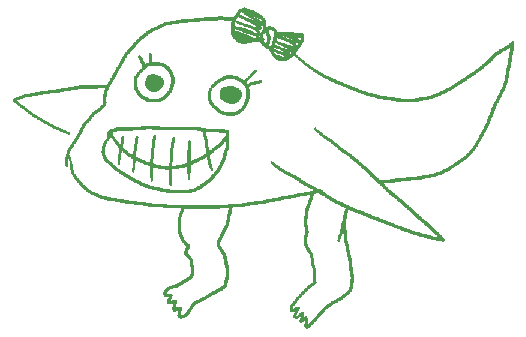
<source format=gbo>
G04*
G04 #@! TF.GenerationSoftware,Altium Limited,Altium Designer,22.3.1 (43)*
G04*
G04 Layer_Color=32896*
%FSLAX24Y24*%
%MOIN*%
G70*
G04*
G04 #@! TF.SameCoordinates,CDBB2D6B-2E46-4EDB-87CF-436FCBA96DB9*
G04*
G04*
G04 #@! TF.FilePolarity,Positive*
G04*
G01*
G75*
G36*
X18130Y30330D02*
X18190D01*
Y30310D01*
X18230D01*
Y30290D01*
X18290D01*
Y30270D01*
X18330D01*
Y30250D01*
X18410D01*
Y30230D01*
X18450D01*
Y30210D01*
X18490D01*
Y30190D01*
X18530D01*
Y30170D01*
X18570D01*
Y30150D01*
X18590D01*
Y30130D01*
X18610D01*
Y30110D01*
X18650D01*
Y30090D01*
X18670D01*
Y30070D01*
X18690D01*
Y30050D01*
X18710D01*
Y30030D01*
X18730D01*
Y30010D01*
X18750D01*
Y29990D01*
X18770D01*
Y29970D01*
X18790D01*
Y29930D01*
X18810D01*
Y29910D01*
X18830D01*
Y29710D01*
X18890D01*
Y29730D01*
X18970D01*
Y29710D01*
X19030D01*
Y29690D01*
X19070D01*
Y29670D01*
X19090D01*
Y29650D01*
X19130D01*
Y29630D01*
X19150D01*
Y29610D01*
X19170D01*
Y29550D01*
X19190D01*
Y29530D01*
X19470D01*
Y29510D01*
X19490D01*
Y29530D01*
X19750D01*
Y29510D01*
X20010D01*
Y29490D01*
X20050D01*
Y29470D01*
X20070D01*
Y29430D01*
X20090D01*
Y29250D01*
X20070D01*
Y29210D01*
X20050D01*
Y29170D01*
X20030D01*
Y29150D01*
X20010D01*
Y29110D01*
X19990D01*
Y29070D01*
X19970D01*
Y29030D01*
X19950D01*
Y29010D01*
X19930D01*
Y28970D01*
X19910D01*
Y28950D01*
X19890D01*
Y28910D01*
X19870D01*
Y28890D01*
X19850D01*
Y28870D01*
X19830D01*
Y28850D01*
X19810D01*
Y28810D01*
X19790D01*
Y28790D01*
X19810D01*
Y28770D01*
X19850D01*
Y28750D01*
X19870D01*
Y28730D01*
X19890D01*
Y28710D01*
X19930D01*
Y28690D01*
X19950D01*
Y28670D01*
X19970D01*
Y28650D01*
X19990D01*
Y28630D01*
X20010D01*
Y28610D01*
X20050D01*
Y28590D01*
X20070D01*
Y28570D01*
X20090D01*
Y28550D01*
X20110D01*
Y28530D01*
X20130D01*
Y28510D01*
X20170D01*
Y28490D01*
X20190D01*
Y28470D01*
X20210D01*
Y28450D01*
X20250D01*
Y28430D01*
X20270D01*
Y28410D01*
X20290D01*
Y28390D01*
X20330D01*
Y28370D01*
X20370D01*
Y28350D01*
X20390D01*
Y28330D01*
X20430D01*
Y28310D01*
X20470D01*
Y28290D01*
X20490D01*
Y28270D01*
X20530D01*
Y28250D01*
X20550D01*
Y28230D01*
X20590D01*
Y28210D01*
X20610D01*
Y28190D01*
X20650D01*
Y28170D01*
X20670D01*
Y28150D01*
X20710D01*
Y28130D01*
X20750D01*
Y28110D01*
X20790D01*
Y28090D01*
X20830D01*
Y28070D01*
X20870D01*
Y28050D01*
X20910D01*
Y28030D01*
X20970D01*
Y28010D01*
X21010D01*
Y27990D01*
X21050D01*
Y27970D01*
X21090D01*
Y27950D01*
X21150D01*
Y27930D01*
X21190D01*
Y27910D01*
X21250D01*
Y27890D01*
X21290D01*
Y27870D01*
X21350D01*
Y27850D01*
X21390D01*
Y27830D01*
X21430D01*
Y27810D01*
X21470D01*
Y27790D01*
X21510D01*
Y27770D01*
X21570D01*
Y27750D01*
X21610D01*
Y27730D01*
X21670D01*
Y27710D01*
X21730D01*
Y27690D01*
X21790D01*
Y27670D01*
X21830D01*
Y27650D01*
X21890D01*
Y27630D01*
X21930D01*
Y27610D01*
X21990D01*
Y27590D01*
X22030D01*
Y27570D01*
X22090D01*
Y27550D01*
X22150D01*
Y27530D01*
X22230D01*
Y27510D01*
X22290D01*
Y27490D01*
X22370D01*
Y27470D01*
X22450D01*
Y27450D01*
X22530D01*
Y27430D01*
X22610D01*
Y27410D01*
X22710D01*
Y27390D01*
X22850D01*
Y27370D01*
X22990D01*
Y27350D01*
X23130D01*
Y27330D01*
X23310D01*
Y27310D01*
X23430D01*
Y27290D01*
X23650D01*
Y27310D01*
X23790D01*
Y27330D01*
X23910D01*
Y27350D01*
X24030D01*
Y27370D01*
X24170D01*
Y27390D01*
X24250D01*
Y27410D01*
X24310D01*
Y27430D01*
X24370D01*
Y27450D01*
X24430D01*
Y27470D01*
X24470D01*
Y27490D01*
X24530D01*
Y27510D01*
X24590D01*
Y27530D01*
X24630D01*
Y27550D01*
X24670D01*
Y27570D01*
X24710D01*
Y27590D01*
X24750D01*
Y27610D01*
X24790D01*
Y27630D01*
X24830D01*
Y27650D01*
X24870D01*
Y27670D01*
X24910D01*
Y27690D01*
X24950D01*
Y27710D01*
X24970D01*
Y27730D01*
X25010D01*
Y27750D01*
X25050D01*
Y27770D01*
X25070D01*
Y27790D01*
X25090D01*
Y27810D01*
X25130D01*
Y27830D01*
X25170D01*
Y27850D01*
X25190D01*
Y27870D01*
X25230D01*
Y27890D01*
X25250D01*
Y27910D01*
X25290D01*
Y27930D01*
X25310D01*
Y27950D01*
X25350D01*
Y27970D01*
X25390D01*
Y27990D01*
X25410D01*
Y28010D01*
X25450D01*
Y28030D01*
X25470D01*
Y28050D01*
X25490D01*
Y28070D01*
X25530D01*
Y28090D01*
X25550D01*
Y28110D01*
X25590D01*
Y28130D01*
X25610D01*
Y28150D01*
X25650D01*
Y28170D01*
X25690D01*
Y28190D01*
X25710D01*
Y28210D01*
X25750D01*
Y28230D01*
X25770D01*
Y28250D01*
X25790D01*
Y28270D01*
X25830D01*
Y28290D01*
X25850D01*
Y28310D01*
X25870D01*
Y28330D01*
X25910D01*
Y28350D01*
X25930D01*
Y28370D01*
X25950D01*
Y28390D01*
X25990D01*
Y28410D01*
X26010D01*
Y28430D01*
X26030D01*
Y28450D01*
X26050D01*
Y28470D01*
X26070D01*
Y28490D01*
X26090D01*
Y28510D01*
X26110D01*
Y28530D01*
X26150D01*
Y28550D01*
X26170D01*
Y28570D01*
X26190D01*
Y28590D01*
X26210D01*
Y28610D01*
X26230D01*
Y28630D01*
X26250D01*
Y28650D01*
X26270D01*
Y28670D01*
X26290D01*
Y28690D01*
X26310D01*
Y28710D01*
X26330D01*
Y28730D01*
X26350D01*
Y28770D01*
X26390D01*
Y28790D01*
X26410D01*
Y28810D01*
X26430D01*
Y28830D01*
X26450D01*
Y28850D01*
X26490D01*
Y28870D01*
X26530D01*
Y28890D01*
X26550D01*
Y28910D01*
X26570D01*
Y28930D01*
X26590D01*
Y28950D01*
X26630D01*
Y28970D01*
X26670D01*
Y28990D01*
X26710D01*
Y29010D01*
X26750D01*
Y29030D01*
X26770D01*
Y29050D01*
X26810D01*
Y29070D01*
X26850D01*
Y29090D01*
X26870D01*
Y29110D01*
X26910D01*
Y29130D01*
X26930D01*
Y29150D01*
X26950D01*
Y29170D01*
X26990D01*
Y29210D01*
X27010D01*
Y29230D01*
X27070D01*
Y29210D01*
X27090D01*
Y29050D01*
X27070D01*
Y28890D01*
X27050D01*
Y28750D01*
X27030D01*
Y28650D01*
X27010D01*
Y28530D01*
X26990D01*
Y28410D01*
X26970D01*
Y28330D01*
X26950D01*
Y28230D01*
X26930D01*
Y28110D01*
X26910D01*
Y27990D01*
X26890D01*
Y27910D01*
X26870D01*
Y27830D01*
X26850D01*
Y27750D01*
X26830D01*
Y27690D01*
X26810D01*
Y27650D01*
X26790D01*
Y27610D01*
X26770D01*
Y27570D01*
X26750D01*
Y27530D01*
X26730D01*
Y27490D01*
X26710D01*
Y27450D01*
X26690D01*
Y27410D01*
X26670D01*
Y27370D01*
X26650D01*
Y27330D01*
X26630D01*
Y27290D01*
X26610D01*
Y27250D01*
X26590D01*
Y27210D01*
X26570D01*
Y27170D01*
X26550D01*
Y27150D01*
X26530D01*
Y27090D01*
X26510D01*
Y27050D01*
X26490D01*
Y27010D01*
X26470D01*
Y26970D01*
X26450D01*
Y26910D01*
X26430D01*
Y26870D01*
X26410D01*
Y26810D01*
X26390D01*
Y26750D01*
X26370D01*
Y26710D01*
X26350D01*
Y26650D01*
X26330D01*
Y26610D01*
X26310D01*
Y26550D01*
X26290D01*
Y26490D01*
X26270D01*
Y26450D01*
X26250D01*
Y26410D01*
X26230D01*
Y26370D01*
X26210D01*
Y26330D01*
X26190D01*
Y26290D01*
X26170D01*
Y26250D01*
X26150D01*
Y26210D01*
X26130D01*
Y26190D01*
X26110D01*
Y26150D01*
X26090D01*
Y26110D01*
X26070D01*
Y26070D01*
X26050D01*
Y26030D01*
X26030D01*
Y25990D01*
X26010D01*
Y25950D01*
X25990D01*
Y25910D01*
X25970D01*
Y25890D01*
X25950D01*
Y25850D01*
X25930D01*
Y25810D01*
X25910D01*
Y25790D01*
X25890D01*
Y25750D01*
X25870D01*
Y25710D01*
X25850D01*
Y25690D01*
X25830D01*
Y25650D01*
X25810D01*
Y25630D01*
X25790D01*
Y25590D01*
X25770D01*
Y25570D01*
X25750D01*
Y25550D01*
X25730D01*
Y25530D01*
X25710D01*
Y25510D01*
X25690D01*
Y25470D01*
X25670D01*
Y25450D01*
X25650D01*
Y25430D01*
X25630D01*
Y25410D01*
X25610D01*
Y25390D01*
X25590D01*
Y25370D01*
X25570D01*
Y25350D01*
X25550D01*
Y25330D01*
X25530D01*
Y25310D01*
X25510D01*
Y25290D01*
X25490D01*
Y25270D01*
X25450D01*
Y25250D01*
X25430D01*
Y25230D01*
X25390D01*
Y25210D01*
X25370D01*
Y25190D01*
X25330D01*
Y25170D01*
X25310D01*
Y25150D01*
X25290D01*
Y25130D01*
X25250D01*
Y25110D01*
X25230D01*
Y25090D01*
X25190D01*
Y25070D01*
X25170D01*
Y25050D01*
X25130D01*
Y25030D01*
X25090D01*
Y25010D01*
X25070D01*
Y24990D01*
X25030D01*
Y24970D01*
X25010D01*
Y24950D01*
X24970D01*
Y24930D01*
X24950D01*
Y24910D01*
X24910D01*
Y24890D01*
X24870D01*
Y24870D01*
X24830D01*
Y24850D01*
X24790D01*
Y24830D01*
X24750D01*
Y24810D01*
X24710D01*
Y24790D01*
X24670D01*
Y24770D01*
X24610D01*
Y24750D01*
X24550D01*
Y24730D01*
X24490D01*
Y24710D01*
X24410D01*
Y24690D01*
X24330D01*
Y24670D01*
X24230D01*
Y24650D01*
X24130D01*
Y24630D01*
X24010D01*
Y24610D01*
X23810D01*
Y24590D01*
X23650D01*
Y24570D01*
X23450D01*
Y24550D01*
X23310D01*
Y24530D01*
X23110D01*
Y24510D01*
X22890D01*
Y24490D01*
X22750D01*
Y24450D01*
X22770D01*
Y24430D01*
X22790D01*
Y24410D01*
X22810D01*
Y24390D01*
X22830D01*
Y24370D01*
X22850D01*
Y24350D01*
X22870D01*
Y24330D01*
X22890D01*
Y24310D01*
X22910D01*
Y24290D01*
X22930D01*
Y24270D01*
X22950D01*
Y24250D01*
X22990D01*
Y24230D01*
X23010D01*
Y24210D01*
X23030D01*
Y24190D01*
X23050D01*
Y24170D01*
X23070D01*
Y24150D01*
X23110D01*
Y24130D01*
X23130D01*
Y24110D01*
X23150D01*
Y24090D01*
X23190D01*
Y24070D01*
X23210D01*
Y24050D01*
X23230D01*
Y24030D01*
X23250D01*
Y24010D01*
X23270D01*
Y23990D01*
X23290D01*
Y23970D01*
X23310D01*
Y23950D01*
X23350D01*
Y23930D01*
X23370D01*
Y23910D01*
X23390D01*
Y23890D01*
X23410D01*
Y23870D01*
X23430D01*
Y23850D01*
X23450D01*
Y23830D01*
X23470D01*
Y23810D01*
X23510D01*
Y23790D01*
X23530D01*
Y23770D01*
X23550D01*
Y23750D01*
X23570D01*
Y23730D01*
X23590D01*
Y23710D01*
X23610D01*
Y23690D01*
X23650D01*
Y23670D01*
X23670D01*
Y23650D01*
X23690D01*
Y23630D01*
X23710D01*
Y23610D01*
X23730D01*
Y23590D01*
X23750D01*
Y23570D01*
X23770D01*
Y23550D01*
X23790D01*
Y23530D01*
X23810D01*
Y23510D01*
X23830D01*
Y23490D01*
X23850D01*
Y23470D01*
X23870D01*
Y23450D01*
X23910D01*
Y23430D01*
X23930D01*
Y23410D01*
X23950D01*
Y23390D01*
X23970D01*
Y23370D01*
X23990D01*
Y23350D01*
X24010D01*
Y23330D01*
X24030D01*
Y23310D01*
X24050D01*
Y23290D01*
X24090D01*
Y23270D01*
X24110D01*
Y23250D01*
X24130D01*
Y23230D01*
X24170D01*
Y23210D01*
X24190D01*
Y23190D01*
X24210D01*
Y23170D01*
X24230D01*
Y23150D01*
X24250D01*
Y23130D01*
X24290D01*
Y23110D01*
X24310D01*
Y23090D01*
X24330D01*
Y23070D01*
X24350D01*
Y23030D01*
X24370D01*
Y23010D01*
X24390D01*
Y22990D01*
X24410D01*
Y22970D01*
X24430D01*
Y22950D01*
X24450D01*
Y22930D01*
X24490D01*
Y22890D01*
X24530D01*
Y22870D01*
X24550D01*
Y22850D01*
X24570D01*
Y22830D01*
X24590D01*
Y22810D01*
X24610D01*
Y22790D01*
X24630D01*
Y22750D01*
X24670D01*
Y22710D01*
X24710D01*
Y22670D01*
X24750D01*
Y22630D01*
X24770D01*
Y22610D01*
X24790D01*
Y22570D01*
X24770D01*
Y22550D01*
X24750D01*
Y22530D01*
X24670D01*
Y22550D01*
X24590D01*
Y22570D01*
X24490D01*
Y22590D01*
X24410D01*
Y22610D01*
X24330D01*
Y22630D01*
X24190D01*
Y22650D01*
X24130D01*
Y22670D01*
X24070D01*
Y22690D01*
X24010D01*
Y22710D01*
X23910D01*
Y22730D01*
X23850D01*
Y22750D01*
X23770D01*
Y22770D01*
X23710D01*
Y22790D01*
X23650D01*
Y22810D01*
X23610D01*
Y22830D01*
X23550D01*
Y22850D01*
X23490D01*
Y22870D01*
X23430D01*
Y22890D01*
X23390D01*
Y22910D01*
X23330D01*
Y22930D01*
X23270D01*
Y22950D01*
X23210D01*
Y22970D01*
X23170D01*
Y22990D01*
X23110D01*
Y23010D01*
X23070D01*
Y23030D01*
X23030D01*
Y23050D01*
X22970D01*
Y23070D01*
X22930D01*
Y23090D01*
X22870D01*
Y23110D01*
X22810D01*
Y23130D01*
X22750D01*
Y23150D01*
X22710D01*
Y23170D01*
X22650D01*
Y23190D01*
X22610D01*
Y23210D01*
X22550D01*
Y23230D01*
X22490D01*
Y23250D01*
X22430D01*
Y23270D01*
X22390D01*
Y23290D01*
X22330D01*
Y23310D01*
X22290D01*
Y23330D01*
X22230D01*
Y23350D01*
X22190D01*
Y23370D01*
X22150D01*
Y23390D01*
X22090D01*
Y23410D01*
X22050D01*
Y23430D01*
X21990D01*
Y23450D01*
X21950D01*
Y23470D01*
X21890D01*
Y23490D01*
X21830D01*
Y23510D01*
X21790D01*
Y23530D01*
X21730D01*
Y23550D01*
X21670D01*
Y23570D01*
X21630D01*
Y23590D01*
X21590D01*
Y23610D01*
X21570D01*
Y23590D01*
X21550D01*
Y23510D01*
X21530D01*
Y23410D01*
X21510D01*
Y23290D01*
X21490D01*
Y22930D01*
X21510D01*
Y22790D01*
X21530D01*
Y22570D01*
X21550D01*
Y22470D01*
X21570D01*
Y22410D01*
X21590D01*
Y22250D01*
X21610D01*
Y22170D01*
X21630D01*
Y22090D01*
X21650D01*
Y21990D01*
X21670D01*
Y21850D01*
X21690D01*
Y21690D01*
X21710D01*
Y21550D01*
X21730D01*
Y21450D01*
X21750D01*
Y21170D01*
X21730D01*
Y21050D01*
X21710D01*
Y20950D01*
X21690D01*
Y20910D01*
X21670D01*
Y20870D01*
X21650D01*
Y20850D01*
X21630D01*
Y20830D01*
X21610D01*
Y20810D01*
X21590D01*
Y20790D01*
X21570D01*
Y20770D01*
X21550D01*
Y20750D01*
X21530D01*
Y20730D01*
X21490D01*
Y20710D01*
X21470D01*
Y20690D01*
X21450D01*
Y20670D01*
X21430D01*
Y20650D01*
X21390D01*
Y20630D01*
X21370D01*
Y20610D01*
X21330D01*
Y20590D01*
X21310D01*
Y20570D01*
X21270D01*
Y20550D01*
X21230D01*
Y20530D01*
X21210D01*
Y20510D01*
X21170D01*
Y20490D01*
X21130D01*
Y20470D01*
X21090D01*
Y20450D01*
X21050D01*
Y20430D01*
X21010D01*
Y20410D01*
X20990D01*
Y20390D01*
X20970D01*
Y20370D01*
X20930D01*
Y20350D01*
X20910D01*
Y20330D01*
X20890D01*
Y20310D01*
X20870D01*
Y20290D01*
X20830D01*
Y20270D01*
X20810D01*
Y20250D01*
X20790D01*
Y20210D01*
X20770D01*
Y20190D01*
X20750D01*
Y20170D01*
X20730D01*
Y20150D01*
X20710D01*
Y20130D01*
X20690D01*
Y20110D01*
X20670D01*
Y20090D01*
X20650D01*
Y20070D01*
X20630D01*
Y20050D01*
X20610D01*
Y20030D01*
X20590D01*
Y20010D01*
X20570D01*
Y19990D01*
X20550D01*
Y19950D01*
X20510D01*
Y19910D01*
X20470D01*
Y19870D01*
X20450D01*
Y19850D01*
X20430D01*
Y19830D01*
X20410D01*
Y19810D01*
X20390D01*
Y19790D01*
X20370D01*
Y19770D01*
X20350D01*
Y19750D01*
X20330D01*
Y19730D01*
X20310D01*
Y19710D01*
X20290D01*
Y19690D01*
X20270D01*
Y19670D01*
X20250D01*
Y19650D01*
X20210D01*
Y19630D01*
X20150D01*
Y19650D01*
X20130D01*
Y19670D01*
X20110D01*
Y19690D01*
X20090D01*
Y19790D01*
X20110D01*
Y19910D01*
X20090D01*
Y19890D01*
X20070D01*
Y19870D01*
X20050D01*
Y19850D01*
X20030D01*
Y19830D01*
X19950D01*
Y19870D01*
X19930D01*
Y19930D01*
X19950D01*
Y19990D01*
X19970D01*
Y20030D01*
X19930D01*
Y20010D01*
X19910D01*
Y19990D01*
X19890D01*
Y19970D01*
X19770D01*
Y19990D01*
X19750D01*
Y20010D01*
X19730D01*
Y20110D01*
X19750D01*
Y20170D01*
X19770D01*
Y20210D01*
X19750D01*
Y20190D01*
X19630D01*
Y20210D01*
X19610D01*
Y20370D01*
X19630D01*
Y20430D01*
X19650D01*
Y20470D01*
X19670D01*
Y20490D01*
X19690D01*
Y20510D01*
X19710D01*
Y20530D01*
X19730D01*
Y20550D01*
X19750D01*
Y20570D01*
X19770D01*
Y20610D01*
X19790D01*
Y20630D01*
X19810D01*
Y20650D01*
X19830D01*
Y20690D01*
X19850D01*
Y20710D01*
X19870D01*
Y20730D01*
X19910D01*
Y20770D01*
X19930D01*
Y20790D01*
X19950D01*
Y20810D01*
X19970D01*
Y20850D01*
X19990D01*
Y20870D01*
X20010D01*
Y20890D01*
X20030D01*
Y20910D01*
X20070D01*
Y20930D01*
X20090D01*
Y20950D01*
X20110D01*
Y20970D01*
X20130D01*
Y20990D01*
X20150D01*
Y21010D01*
X20170D01*
Y21030D01*
X20190D01*
Y21050D01*
X20210D01*
Y21070D01*
X20230D01*
Y21090D01*
X20250D01*
Y21110D01*
X20290D01*
Y21130D01*
X20310D01*
Y21150D01*
X20350D01*
Y21170D01*
X20390D01*
Y21550D01*
X20370D01*
Y21650D01*
X20350D01*
Y21730D01*
X20330D01*
Y21870D01*
X20310D01*
Y21990D01*
X20290D01*
Y22110D01*
X20270D01*
Y22130D01*
X20250D01*
Y22150D01*
X20230D01*
Y22190D01*
X20210D01*
Y22210D01*
X20190D01*
Y22250D01*
X20170D01*
Y22270D01*
X20150D01*
Y22330D01*
X20130D01*
Y22350D01*
X20110D01*
Y22410D01*
X20090D01*
Y22450D01*
X20070D01*
Y22630D01*
X20090D01*
Y22750D01*
X20110D01*
Y22830D01*
X20130D01*
Y22930D01*
X20110D01*
Y23030D01*
X20090D01*
Y23390D01*
X20110D01*
Y23510D01*
X20130D01*
Y23650D01*
X20150D01*
Y23730D01*
X20170D01*
Y23770D01*
X20190D01*
Y23810D01*
X20210D01*
Y23870D01*
X20230D01*
Y23930D01*
X20250D01*
Y23990D01*
X20270D01*
Y24050D01*
X20290D01*
Y24090D01*
X20190D01*
Y24070D01*
X20070D01*
Y24050D01*
X19950D01*
Y24030D01*
X19830D01*
Y24010D01*
X19730D01*
Y23990D01*
X19650D01*
Y23970D01*
X19530D01*
Y23950D01*
X19430D01*
Y23930D01*
X19310D01*
Y23910D01*
X19210D01*
Y23890D01*
X19110D01*
Y23870D01*
X19030D01*
Y23850D01*
X18930D01*
Y23830D01*
X18810D01*
Y23810D01*
X18690D01*
Y23790D01*
X18550D01*
Y23770D01*
X18410D01*
Y23750D01*
X18270D01*
Y23730D01*
X18130D01*
Y23710D01*
X17990D01*
Y23690D01*
X17710D01*
Y23670D01*
X17670D01*
Y23650D01*
X17690D01*
Y23610D01*
X17670D01*
Y23470D01*
X17650D01*
Y23390D01*
X17630D01*
Y23250D01*
X17610D01*
Y23190D01*
X17590D01*
Y23090D01*
X17570D01*
Y23050D01*
X17550D01*
Y23010D01*
X17530D01*
Y22970D01*
X17510D01*
Y22930D01*
X17490D01*
Y22890D01*
X17470D01*
Y22850D01*
X17450D01*
Y22810D01*
X17430D01*
Y22770D01*
X17410D01*
Y22730D01*
X17390D01*
Y22690D01*
X17370D01*
Y22650D01*
X17350D01*
Y22610D01*
X17330D01*
Y22570D01*
X17310D01*
Y22530D01*
X17290D01*
Y22490D01*
X17270D01*
Y22450D01*
X17290D01*
Y22410D01*
X17310D01*
Y22370D01*
X17330D01*
Y22350D01*
X17350D01*
Y22310D01*
X17370D01*
Y22290D01*
X17390D01*
Y22250D01*
X17410D01*
Y22230D01*
X17430D01*
Y22190D01*
X17450D01*
Y22170D01*
X17470D01*
Y22110D01*
X17490D01*
Y22050D01*
X17510D01*
Y21970D01*
X17530D01*
Y21890D01*
X17550D01*
Y21750D01*
X17570D01*
Y21670D01*
X17590D01*
Y21350D01*
X17570D01*
Y21250D01*
X17550D01*
Y21150D01*
X17530D01*
Y21070D01*
X17510D01*
Y21030D01*
X17490D01*
Y21010D01*
X17470D01*
Y20990D01*
X17450D01*
Y20970D01*
X17430D01*
Y20950D01*
X17390D01*
Y20930D01*
X17370D01*
Y20910D01*
X17330D01*
Y20890D01*
X17290D01*
Y20870D01*
X17250D01*
Y20850D01*
X17210D01*
Y20830D01*
X17170D01*
Y20810D01*
X17130D01*
Y20790D01*
X17110D01*
Y20770D01*
X17070D01*
Y20750D01*
X17030D01*
Y20730D01*
X16990D01*
Y20710D01*
X16950D01*
Y20690D01*
X16930D01*
Y20670D01*
X16890D01*
Y20650D01*
X16850D01*
Y20630D01*
X16830D01*
Y20610D01*
X16790D01*
Y20590D01*
X16750D01*
Y20570D01*
X16710D01*
Y20550D01*
X16670D01*
Y20530D01*
X16630D01*
Y20510D01*
X16590D01*
Y20490D01*
X16550D01*
Y20470D01*
X16510D01*
Y20450D01*
X16470D01*
Y20430D01*
X16450D01*
Y20410D01*
X16430D01*
Y20390D01*
X16410D01*
Y20350D01*
X16390D01*
Y20330D01*
X16370D01*
Y20290D01*
X16350D01*
Y20250D01*
X16330D01*
Y20210D01*
X16310D01*
Y20190D01*
X16290D01*
Y20150D01*
X16270D01*
Y20130D01*
X16250D01*
Y20110D01*
X16230D01*
Y20090D01*
X16210D01*
Y20070D01*
X16190D01*
Y20050D01*
X16170D01*
Y20030D01*
X16130D01*
Y20010D01*
X16090D01*
Y19990D01*
X16030D01*
Y19970D01*
X15950D01*
Y19990D01*
X15890D01*
Y20010D01*
X15870D01*
Y20050D01*
X15850D01*
Y20110D01*
X15870D01*
Y20210D01*
X15890D01*
Y20230D01*
X15830D01*
Y20210D01*
X15730D01*
Y20230D01*
X15710D01*
Y20250D01*
X15690D01*
Y20350D01*
X15710D01*
Y20430D01*
X15730D01*
Y20470D01*
X15670D01*
Y20450D01*
X15550D01*
Y20470D01*
X15530D01*
Y20490D01*
X15510D01*
Y20570D01*
X15530D01*
Y20630D01*
X15550D01*
Y20670D01*
X15570D01*
Y20690D01*
X15470D01*
Y20710D01*
X15430D01*
Y20730D01*
X15410D01*
Y20750D01*
X15390D01*
Y20850D01*
X15410D01*
Y20890D01*
X15430D01*
Y20930D01*
X15450D01*
Y20950D01*
X15470D01*
Y20970D01*
X15490D01*
Y20990D01*
X15510D01*
Y21010D01*
X15530D01*
Y21030D01*
X15570D01*
Y21050D01*
X15610D01*
Y21070D01*
X15670D01*
Y21090D01*
X15710D01*
Y21110D01*
X15790D01*
Y21130D01*
X15850D01*
Y21150D01*
X15890D01*
Y21170D01*
X15930D01*
Y21190D01*
X15950D01*
Y21210D01*
X15990D01*
Y21230D01*
X16030D01*
Y21250D01*
X16050D01*
Y21270D01*
X16090D01*
Y21290D01*
X16110D01*
Y21310D01*
X16150D01*
Y21330D01*
X16190D01*
Y21350D01*
X16210D01*
Y21370D01*
X16250D01*
Y21390D01*
X16270D01*
Y21410D01*
X16290D01*
Y21450D01*
X16310D01*
Y21690D01*
X16290D01*
Y21790D01*
X16270D01*
Y21930D01*
X16250D01*
Y21950D01*
X16230D01*
Y21970D01*
X16210D01*
Y21990D01*
X16190D01*
Y22010D01*
X16170D01*
Y22030D01*
X16150D01*
Y22050D01*
X16130D01*
Y22090D01*
X16110D01*
Y22110D01*
X16090D01*
Y22230D01*
X16110D01*
Y22290D01*
X16130D01*
Y22330D01*
X16150D01*
Y22350D01*
X16170D01*
Y22370D01*
X16150D01*
Y22390D01*
X16130D01*
Y22410D01*
X16110D01*
Y22430D01*
X16090D01*
Y22450D01*
X16070D01*
Y22490D01*
X16050D01*
Y22510D01*
X16030D01*
Y22530D01*
X16010D01*
Y22550D01*
X15990D01*
Y22590D01*
X15970D01*
Y22630D01*
X15950D01*
Y22690D01*
X15930D01*
Y22730D01*
X15910D01*
Y22790D01*
X15890D01*
Y22970D01*
X15870D01*
Y23190D01*
X15890D01*
Y23370D01*
X15910D01*
Y23430D01*
X15930D01*
Y23490D01*
X15950D01*
Y23550D01*
X15970D01*
Y23610D01*
X15990D01*
Y23650D01*
X15530D01*
Y23670D01*
X15370D01*
Y23690D01*
X15050D01*
Y23710D01*
X14890D01*
Y23730D01*
X14710D01*
Y23750D01*
X14570D01*
Y23770D01*
X14430D01*
Y23790D01*
X14310D01*
Y23810D01*
X14110D01*
Y23830D01*
X13950D01*
Y23850D01*
X13870D01*
Y23870D01*
X13770D01*
Y23890D01*
X13690D01*
Y23910D01*
X13530D01*
Y23930D01*
X13430D01*
Y23950D01*
X13350D01*
Y23970D01*
X13290D01*
Y23990D01*
X13250D01*
Y24010D01*
X13210D01*
Y24030D01*
X13150D01*
Y24050D01*
X13110D01*
Y24070D01*
X13070D01*
Y24090D01*
X13010D01*
Y24110D01*
X12970D01*
Y24130D01*
X12950D01*
Y24150D01*
X12910D01*
Y24170D01*
X12890D01*
Y24190D01*
X12850D01*
Y24210D01*
X12830D01*
Y24230D01*
X12810D01*
Y24250D01*
X12770D01*
Y24270D01*
X12750D01*
Y24290D01*
X12730D01*
Y24310D01*
X12710D01*
Y24330D01*
X12690D01*
Y24350D01*
X12650D01*
Y24390D01*
X12630D01*
Y24410D01*
X12610D01*
Y24430D01*
X12590D01*
Y24450D01*
X12570D01*
Y24490D01*
X12550D01*
Y24510D01*
X12530D01*
Y24530D01*
X12510D01*
Y24550D01*
X12490D01*
Y24570D01*
X12470D01*
Y24590D01*
X12450D01*
Y24630D01*
X12430D01*
Y24650D01*
X12410D01*
Y24690D01*
X12390D01*
Y24710D01*
X12370D01*
Y24750D01*
X12350D01*
Y24790D01*
X12330D01*
Y24850D01*
X12310D01*
Y24930D01*
X12290D01*
Y25050D01*
X12270D01*
Y25230D01*
X12250D01*
Y25310D01*
X12230D01*
Y25290D01*
X12210D01*
Y25030D01*
X12150D01*
Y25050D01*
X12130D01*
Y25150D01*
X12110D01*
Y25270D01*
X12130D01*
Y25370D01*
X12150D01*
Y25470D01*
X12170D01*
Y25530D01*
X12190D01*
Y25590D01*
X12210D01*
Y25610D01*
X12230D01*
Y25650D01*
X12250D01*
Y25690D01*
X12270D01*
Y25730D01*
X12290D01*
Y25750D01*
X12310D01*
Y25790D01*
X12330D01*
Y25810D01*
X12350D01*
Y25850D01*
X12370D01*
Y25890D01*
X12390D01*
Y25910D01*
X12410D01*
Y25950D01*
X12430D01*
Y25970D01*
X12450D01*
Y26010D01*
X12470D01*
Y26030D01*
X12490D01*
Y26070D01*
X12510D01*
Y26090D01*
X12530D01*
Y26130D01*
X12550D01*
Y26170D01*
X12570D01*
Y26210D01*
X12590D01*
Y26250D01*
X12610D01*
Y26290D01*
X12630D01*
Y26330D01*
X12650D01*
Y26370D01*
X12670D01*
Y26410D01*
X12690D01*
Y26450D01*
X12710D01*
Y26490D01*
X12730D01*
Y26510D01*
X12750D01*
Y26530D01*
X12770D01*
Y26550D01*
X12790D01*
Y26570D01*
X12810D01*
Y26590D01*
X12830D01*
Y26610D01*
X12850D01*
Y26630D01*
X12870D01*
Y26650D01*
X12890D01*
Y26670D01*
X12910D01*
Y26710D01*
X12930D01*
Y26730D01*
X12950D01*
Y26770D01*
X12970D01*
Y26790D01*
X12990D01*
Y26810D01*
X13010D01*
Y26830D01*
X13030D01*
Y26850D01*
X13050D01*
Y26870D01*
X13070D01*
Y26890D01*
X13090D01*
Y26910D01*
X13130D01*
Y26930D01*
X13170D01*
Y26950D01*
X13190D01*
Y26970D01*
X13210D01*
Y26990D01*
X13250D01*
Y27010D01*
X13270D01*
Y27030D01*
X13290D01*
Y27050D01*
X13310D01*
Y27070D01*
X13330D01*
Y27090D01*
X13350D01*
Y27110D01*
X13370D01*
Y27130D01*
X13390D01*
Y27450D01*
X13410D01*
Y27530D01*
X13430D01*
Y27610D01*
X13450D01*
Y27650D01*
X13230D01*
Y27630D01*
X12550D01*
Y27610D01*
X12410D01*
Y27590D01*
X12330D01*
Y27570D01*
X12210D01*
Y27550D01*
X12090D01*
Y27530D01*
X11950D01*
Y27510D01*
X11770D01*
Y27490D01*
X11630D01*
Y27470D01*
X11510D01*
Y27450D01*
X11390D01*
Y27430D01*
X11210D01*
Y27410D01*
X11090D01*
Y27390D01*
X11010D01*
Y27370D01*
X10890D01*
Y27350D01*
X10790D01*
Y27330D01*
X10710D01*
Y27310D01*
X10650D01*
Y27290D01*
X10610D01*
Y27270D01*
X10550D01*
Y27250D01*
X10510D01*
Y27230D01*
X10550D01*
Y27210D01*
X10570D01*
Y27190D01*
X10590D01*
Y27170D01*
X10610D01*
Y27150D01*
X10630D01*
Y27130D01*
X10650D01*
Y27110D01*
X10690D01*
Y27090D01*
X10710D01*
Y27070D01*
X10730D01*
Y27050D01*
X10770D01*
Y27030D01*
X10790D01*
Y27010D01*
X10810D01*
Y26990D01*
X10850D01*
Y26970D01*
X10870D01*
Y26950D01*
X10890D01*
Y26930D01*
X10930D01*
Y26910D01*
X10950D01*
Y26890D01*
X10970D01*
Y26870D01*
X11010D01*
Y26850D01*
X11030D01*
Y26830D01*
X11050D01*
Y26810D01*
X11070D01*
Y26790D01*
X11110D01*
Y26770D01*
X11150D01*
Y26750D01*
X11190D01*
Y26730D01*
X11210D01*
Y26710D01*
X11250D01*
Y26690D01*
X11290D01*
Y26670D01*
X11310D01*
Y26650D01*
X11350D01*
Y26630D01*
X11390D01*
Y26610D01*
X11410D01*
Y26590D01*
X11450D01*
Y26570D01*
X11490D01*
Y26550D01*
X11530D01*
Y26530D01*
X11570D01*
Y26510D01*
X11590D01*
Y26490D01*
X11630D01*
Y26470D01*
X11670D01*
Y26450D01*
X11710D01*
Y26430D01*
X11750D01*
Y26410D01*
X11790D01*
Y26390D01*
X11830D01*
Y26370D01*
X11870D01*
Y26350D01*
X11910D01*
Y26330D01*
X11970D01*
Y26310D01*
X12010D01*
Y26290D01*
X12050D01*
Y26270D01*
X12090D01*
Y26250D01*
X12150D01*
Y26230D01*
X12190D01*
Y26210D01*
X12250D01*
Y26190D01*
X12270D01*
Y26170D01*
X12290D01*
Y26130D01*
X12270D01*
Y26110D01*
X12230D01*
Y26130D01*
X12150D01*
Y26150D01*
X12110D01*
Y26170D01*
X12050D01*
Y26190D01*
X12010D01*
Y26210D01*
X11950D01*
Y26230D01*
X11910D01*
Y26250D01*
X11870D01*
Y26270D01*
X11830D01*
Y26290D01*
X11770D01*
Y26310D01*
X11730D01*
Y26330D01*
X11690D01*
Y26350D01*
X11650D01*
Y26370D01*
X11610D01*
Y26390D01*
X11570D01*
Y26410D01*
X11550D01*
Y26430D01*
X11510D01*
Y26450D01*
X11470D01*
Y26470D01*
X11430D01*
Y26490D01*
X11390D01*
Y26510D01*
X11370D01*
Y26530D01*
X11330D01*
Y26550D01*
X11290D01*
Y26570D01*
X11270D01*
Y26590D01*
X11230D01*
Y26610D01*
X11190D01*
Y26630D01*
X11170D01*
Y26650D01*
X11130D01*
Y26670D01*
X11090D01*
Y26690D01*
X11050D01*
Y26710D01*
X11030D01*
Y26730D01*
X11010D01*
Y26750D01*
X10970D01*
Y26770D01*
X10950D01*
Y26790D01*
X10930D01*
Y26810D01*
X10890D01*
Y26830D01*
X10870D01*
Y26850D01*
X10850D01*
Y26870D01*
X10810D01*
Y26890D01*
X10790D01*
Y26910D01*
X10770D01*
Y26930D01*
X10750D01*
Y26950D01*
X10710D01*
Y26970D01*
X10690D01*
Y26990D01*
X10650D01*
Y27010D01*
X10630D01*
Y27030D01*
X10610D01*
Y27050D01*
X10590D01*
Y27070D01*
X10550D01*
Y27090D01*
X10530D01*
Y27110D01*
X10510D01*
Y27130D01*
X10490D01*
Y27150D01*
X10470D01*
Y27170D01*
X10430D01*
Y27190D01*
X10410D01*
Y27210D01*
X10390D01*
Y27230D01*
X10370D01*
Y27290D01*
X10390D01*
Y27310D01*
X10430D01*
Y27330D01*
X10470D01*
Y27350D01*
X10530D01*
Y27370D01*
X10590D01*
Y27390D01*
X10630D01*
Y27410D01*
X10690D01*
Y27430D01*
X10750D01*
Y27450D01*
X10850D01*
Y27470D01*
X10950D01*
Y27490D01*
X11050D01*
Y27510D01*
X11130D01*
Y27530D01*
X11290D01*
Y27550D01*
X11430D01*
Y27570D01*
X11550D01*
Y27590D01*
X11670D01*
Y27610D01*
X11830D01*
Y27630D01*
X11970D01*
Y27650D01*
X12110D01*
Y27670D01*
X12210D01*
Y27690D01*
X12330D01*
Y27710D01*
X12410D01*
Y27730D01*
X12570D01*
Y27750D01*
X13270D01*
Y27770D01*
X13510D01*
Y27790D01*
X13530D01*
Y27810D01*
X13550D01*
Y27850D01*
X13570D01*
Y27890D01*
X13590D01*
Y27910D01*
X13610D01*
Y27950D01*
X13630D01*
Y27990D01*
X13650D01*
Y28010D01*
X13670D01*
Y28050D01*
X13690D01*
Y28090D01*
X13710D01*
Y28130D01*
X13730D01*
Y28170D01*
X13750D01*
Y28210D01*
X13770D01*
Y28250D01*
X13790D01*
Y28270D01*
X13810D01*
Y28310D01*
X13830D01*
Y28350D01*
X13850D01*
Y28370D01*
X13870D01*
Y28410D01*
X13890D01*
Y28430D01*
X13910D01*
Y28470D01*
X13930D01*
Y28510D01*
X13950D01*
Y28550D01*
X13970D01*
Y28590D01*
X13990D01*
Y28630D01*
X14010D01*
Y28670D01*
X14030D01*
Y28710D01*
X14050D01*
Y28730D01*
X14070D01*
Y28770D01*
X14090D01*
Y28810D01*
X14110D01*
Y28830D01*
X14130D01*
Y28850D01*
X14150D01*
Y28870D01*
X14170D01*
Y28910D01*
X14190D01*
Y28930D01*
X14210D01*
Y28950D01*
X14230D01*
Y28970D01*
X14250D01*
Y28990D01*
X14270D01*
Y29010D01*
X14290D01*
Y29030D01*
X14310D01*
Y29050D01*
X14330D01*
Y29070D01*
X14350D01*
Y29090D01*
X14370D01*
Y29130D01*
X14390D01*
Y29150D01*
X14410D01*
Y29170D01*
X14430D01*
Y29190D01*
X14450D01*
Y29210D01*
X14470D01*
Y29230D01*
X14490D01*
Y29250D01*
X14510D01*
Y29270D01*
X14530D01*
Y29290D01*
X14550D01*
Y29310D01*
X14570D01*
Y29330D01*
X14590D01*
Y29350D01*
X14610D01*
Y29370D01*
X14630D01*
Y29390D01*
X14650D01*
Y29410D01*
X14670D01*
Y29430D01*
X14710D01*
Y29450D01*
X14730D01*
Y29470D01*
X14750D01*
Y29490D01*
X14790D01*
Y29510D01*
X14810D01*
Y29530D01*
X14830D01*
Y29550D01*
X14870D01*
Y29570D01*
X14890D01*
Y29590D01*
X14930D01*
Y29610D01*
X14950D01*
Y29630D01*
X14990D01*
Y29650D01*
X15030D01*
Y29670D01*
X15070D01*
Y29690D01*
X15110D01*
Y29710D01*
X15170D01*
Y29730D01*
X15210D01*
Y29750D01*
X15250D01*
Y29770D01*
X15290D01*
Y29790D01*
X15330D01*
Y29810D01*
X15370D01*
Y29830D01*
X15430D01*
Y29850D01*
X15510D01*
Y29870D01*
X15610D01*
Y29890D01*
X15690D01*
Y29910D01*
X15810D01*
Y29930D01*
X15970D01*
Y29950D01*
X16230D01*
Y29970D01*
X16430D01*
Y29990D01*
X16610D01*
Y30010D01*
X16750D01*
Y30030D01*
X17230D01*
Y30050D01*
X17390D01*
Y30030D01*
X17750D01*
Y30070D01*
X17770D01*
Y30090D01*
X17790D01*
Y30110D01*
X17810D01*
Y30150D01*
X17830D01*
Y30170D01*
X17850D01*
Y30210D01*
X17870D01*
Y30250D01*
X17890D01*
Y30270D01*
X17910D01*
Y30290D01*
X17970D01*
Y30310D01*
X18030D01*
Y30330D01*
X18090D01*
Y30350D01*
X18130D01*
Y30330D01*
D02*
G37*
%LPC*%
G36*
X18450Y30030D02*
X18430D01*
Y30010D01*
X18450D01*
Y30030D01*
D02*
G37*
G36*
X18010Y30190D02*
X17990D01*
Y30170D01*
X17970D01*
Y30150D01*
X17950D01*
Y30110D01*
X17970D01*
Y30090D01*
X18010D01*
Y30070D01*
X18050D01*
Y30050D01*
X18090D01*
Y30030D01*
X18150D01*
Y30010D01*
X18190D01*
Y29990D01*
X18250D01*
Y29970D01*
X18290D01*
Y29950D01*
X18350D01*
Y29930D01*
X18370D01*
Y29950D01*
X18350D01*
Y29970D01*
X18310D01*
Y29990D01*
X18270D01*
Y30010D01*
X18250D01*
Y30030D01*
X18210D01*
Y30050D01*
X18170D01*
Y30070D01*
X18150D01*
Y30090D01*
X18110D01*
Y30110D01*
X18090D01*
Y30130D01*
X18070D01*
Y30150D01*
X18030D01*
Y30170D01*
X18010D01*
Y30190D01*
D02*
G37*
G36*
X18510Y30010D02*
X18470D01*
Y29990D01*
X18510D01*
Y29970D01*
X18530D01*
Y29950D01*
X18570D01*
Y29930D01*
X18610D01*
Y29910D01*
X18650D01*
Y29890D01*
X18670D01*
Y29870D01*
X18690D01*
Y29910D01*
X18670D01*
Y29930D01*
X18650D01*
Y29950D01*
X18590D01*
Y29970D01*
X18550D01*
Y29990D01*
X18530D01*
X18510Y30010D01*
D02*
G37*
G36*
X17930Y30030D02*
X17870D01*
Y30010D01*
X17850D01*
Y29970D01*
X17830D01*
Y29910D01*
X17870D01*
Y29890D01*
X17910D01*
Y29870D01*
X17970D01*
Y29850D01*
X18030D01*
Y29830D01*
X18090D01*
Y29810D01*
X18150D01*
Y29790D01*
X18210D01*
Y29770D01*
X18270D01*
Y29750D01*
X18330D01*
Y29730D01*
X18390D01*
Y29710D01*
X18490D01*
Y29690D01*
X18510D01*
Y29710D01*
X18490D01*
Y29730D01*
X18450D01*
Y29750D01*
X18410D01*
Y29770D01*
X18390D01*
Y29790D01*
X18350D01*
Y29810D01*
X18310D01*
Y29830D01*
X18270D01*
Y29850D01*
X18230D01*
Y29870D01*
X18190D01*
Y29890D01*
X18150D01*
Y29910D01*
X18110D01*
Y29930D01*
X18070D01*
Y29950D01*
X18030D01*
Y29970D01*
X17990D01*
Y29990D01*
X17970D01*
Y30010D01*
X17930D01*
Y30030D01*
D02*
G37*
G36*
X18710Y29730D02*
X18650D01*
Y29710D01*
X18670D01*
Y29630D01*
X18650D01*
Y29610D01*
X18630D01*
Y29590D01*
X18590D01*
Y29570D01*
X18610D01*
Y29550D01*
X18630D01*
Y29510D01*
X18650D01*
Y29530D01*
X18670D01*
Y29570D01*
X18690D01*
Y29590D01*
X18710D01*
Y29610D01*
X18730D01*
Y29650D01*
X18710D01*
Y29690D01*
Y29710D01*
Y29730D01*
D02*
G37*
G36*
X17810Y29850D02*
X17770D01*
Y29730D01*
X17830D01*
Y29710D01*
X17930D01*
Y29690D01*
X18010D01*
Y29670D01*
X18090D01*
Y29650D01*
X18150D01*
Y29630D01*
X18210D01*
Y29610D01*
X18250D01*
Y29590D01*
X18310D01*
Y29570D01*
X18350D01*
Y29550D01*
X18390D01*
Y29530D01*
X18410D01*
Y29510D01*
X18450D01*
Y29490D01*
X18530D01*
Y29530D01*
X18490D01*
Y29550D01*
X18470D01*
Y29570D01*
X18450D01*
Y29590D01*
X18410D01*
Y29610D01*
X18370D01*
Y29630D01*
X18330D01*
Y29650D01*
X18270D01*
Y29670D01*
X18210D01*
Y29690D01*
X18150D01*
Y29710D01*
X18090D01*
Y29730D01*
X18050D01*
Y29750D01*
X17990D01*
Y29770D01*
X17930D01*
Y29790D01*
X17890D01*
Y29810D01*
X17850D01*
Y29830D01*
X17810D01*
Y29850D01*
D02*
G37*
G36*
Y29470D02*
X17770D01*
Y29450D01*
X17810D01*
Y29470D01*
D02*
G37*
G36*
X18610Y29410D02*
X18570D01*
Y29390D01*
X18590D01*
Y29350D01*
X18610D01*
Y29410D01*
D02*
G37*
G36*
X17830Y29630D02*
X17770D01*
Y29590D01*
X17790D01*
Y29570D01*
X17850D01*
Y29550D01*
X17910D01*
Y29530D01*
X17970D01*
Y29510D01*
X18050D01*
Y29490D01*
X18090D01*
Y29470D01*
X18150D01*
Y29450D01*
X18190D01*
Y29430D01*
X18250D01*
Y29410D01*
X18290D01*
Y29390D01*
X18310D01*
Y29370D01*
X18330D01*
Y29350D01*
X18370D01*
Y29330D01*
X18490D01*
Y29370D01*
X18470D01*
Y29390D01*
X18450D01*
Y29410D01*
X18370D01*
Y29430D01*
X18290D01*
Y29450D01*
X18210D01*
Y29470D01*
X18150D01*
Y29490D01*
X18110D01*
Y29510D01*
X18050D01*
Y29530D01*
X18010D01*
Y29550D01*
X17950D01*
Y29570D01*
X17910D01*
Y29590D01*
X17870D01*
Y29610D01*
X17830D01*
Y29630D01*
D02*
G37*
G36*
X19970Y29330D02*
X19870D01*
Y29310D01*
X19910D01*
Y29290D01*
X19930D01*
Y29270D01*
X19970D01*
Y29330D01*
D02*
G37*
G36*
X19370Y29410D02*
X19350D01*
Y29390D01*
X19370D01*
Y29370D01*
X19430D01*
Y29350D01*
X19470D01*
Y29330D01*
X19510D01*
Y29310D01*
X19570D01*
Y29290D01*
X19650D01*
Y29270D01*
X19690D01*
Y29290D01*
X19650D01*
Y29310D01*
X19590D01*
Y29330D01*
X19530D01*
Y29350D01*
X19490D01*
Y29370D01*
X19430D01*
Y29390D01*
X19370D01*
Y29410D01*
D02*
G37*
G36*
X18810Y29510D02*
X18770D01*
Y29470D01*
X18750D01*
Y29450D01*
X18730D01*
Y29370D01*
X18710D01*
Y29350D01*
X18730D01*
Y29330D01*
X18750D01*
Y29310D01*
X18770D01*
Y29250D01*
X18750D01*
Y29230D01*
Y29210D01*
X18770D01*
Y29170D01*
X18830D01*
Y29210D01*
X18850D01*
Y29410D01*
X18830D01*
Y29470D01*
X18810D01*
Y29510D01*
D02*
G37*
G36*
X19890Y29150D02*
X19810D01*
Y29130D01*
X19830D01*
Y29090D01*
X19870D01*
Y29130D01*
X19890D01*
Y29150D01*
D02*
G37*
G36*
X19210Y29330D02*
X19170D01*
Y29250D01*
X19190D01*
Y29230D01*
X19230D01*
Y29210D01*
X19290D01*
Y29190D01*
X19330D01*
Y29170D01*
X19390D01*
Y29150D01*
X19450D01*
Y29130D01*
X19510D01*
Y29110D01*
X19570D01*
Y29090D01*
X19650D01*
Y29070D01*
X19710D01*
Y29090D01*
X19690D01*
Y29110D01*
X19670D01*
Y29130D01*
X19630D01*
Y29150D01*
X19610D01*
Y29170D01*
X19570D01*
Y29190D01*
X19530D01*
Y29210D01*
X19490D01*
Y29230D01*
X19430D01*
Y29250D01*
X19370D01*
Y29270D01*
X19310D01*
Y29290D01*
X19270D01*
Y29310D01*
X19210D01*
Y29330D01*
D02*
G37*
G36*
X18970Y29610D02*
X18910D01*
Y29530D01*
X18930D01*
Y29470D01*
X18950D01*
Y29390D01*
X18970D01*
Y29250D01*
X18950D01*
Y29130D01*
X18930D01*
Y29090D01*
X18910D01*
Y29050D01*
X18970D01*
Y29070D01*
X18990D01*
Y29110D01*
X19010D01*
Y29150D01*
X19030D01*
Y29230D01*
X19050D01*
Y29370D01*
X19070D01*
Y29550D01*
X19030D01*
Y29570D01*
X19010D01*
Y29590D01*
X18970D01*
Y29610D01*
D02*
G37*
G36*
X19190Y29150D02*
X19130D01*
Y29090D01*
X19170D01*
Y29070D01*
X19210D01*
Y29050D01*
X19270D01*
Y29030D01*
X19330D01*
Y29010D01*
X19390D01*
Y28990D01*
X19450D01*
Y28970D01*
X19510D01*
Y28990D01*
X19470D01*
Y29010D01*
X19430D01*
Y29030D01*
X19390D01*
Y29050D01*
X19350D01*
Y29070D01*
X19310D01*
Y29090D01*
X19270D01*
Y29110D01*
X19230D01*
Y29130D01*
X19190D01*
Y29150D01*
D02*
G37*
G36*
X19110Y29010D02*
X19070D01*
Y28970D01*
X19110D01*
Y28950D01*
X19150D01*
Y28930D01*
X19210D01*
Y28910D01*
X19270D01*
Y28890D01*
X19330D01*
Y28870D01*
X19390D01*
Y28890D01*
X19350D01*
Y28910D01*
X19310D01*
Y28930D01*
X19270D01*
Y28950D01*
X19210D01*
Y28970D01*
X19150D01*
Y28990D01*
X19110D01*
Y29010D01*
D02*
G37*
G36*
X19650Y28850D02*
X19630D01*
Y28830D01*
Y28810D01*
X19650D01*
Y28850D01*
D02*
G37*
G36*
X19150D02*
X19090D01*
Y28830D01*
X19110D01*
Y28810D01*
X19130D01*
Y28790D01*
X19150D01*
Y28770D01*
X19210D01*
Y28750D01*
X19270D01*
Y28730D01*
X19350D01*
Y28710D01*
X19430D01*
Y28730D01*
X19390D01*
Y28750D01*
X19350D01*
Y28770D01*
X19310D01*
Y28790D01*
X19250D01*
Y28810D01*
X19190D01*
Y28830D01*
X19150D01*
Y28850D01*
D02*
G37*
G36*
X17410Y29930D02*
X17210D01*
Y29910D01*
X16730D01*
Y29890D01*
X16610D01*
Y29870D01*
X16410D01*
Y29850D01*
X16230D01*
Y29830D01*
X15930D01*
Y29810D01*
X15810D01*
Y29790D01*
X15690D01*
Y29770D01*
X15610D01*
Y29750D01*
X15490D01*
Y29730D01*
X15430D01*
Y29710D01*
X15390D01*
Y29690D01*
X15350D01*
Y29670D01*
X15310D01*
Y29650D01*
X15270D01*
Y29630D01*
X15230D01*
Y29610D01*
X15170D01*
Y29590D01*
X15130D01*
Y29570D01*
X15090D01*
Y29550D01*
X15050D01*
Y29530D01*
X15010D01*
Y29510D01*
X14990D01*
Y29490D01*
X14950D01*
Y29470D01*
X14930D01*
Y29450D01*
X14890D01*
Y29430D01*
X14870D01*
Y29410D01*
X14830D01*
Y29390D01*
X14810D01*
Y29370D01*
X14790D01*
Y29350D01*
X14770D01*
Y29330D01*
X14750D01*
Y29310D01*
X14710D01*
Y29290D01*
X14690D01*
Y29270D01*
X14670D01*
Y29250D01*
X14650D01*
Y29230D01*
X14630D01*
Y29210D01*
X14610D01*
Y29190D01*
X14590D01*
Y29170D01*
X14570D01*
Y29150D01*
X14550D01*
Y29130D01*
X14530D01*
Y29110D01*
X14510D01*
Y29090D01*
X14490D01*
Y29070D01*
X14470D01*
Y29030D01*
X14450D01*
Y29010D01*
X14430D01*
Y28990D01*
X14410D01*
Y28970D01*
X14390D01*
Y28950D01*
X14370D01*
Y28930D01*
X14350D01*
Y28910D01*
X14330D01*
Y28890D01*
X14310D01*
Y28870D01*
X14290D01*
Y28850D01*
X14270D01*
Y28810D01*
X14250D01*
Y28790D01*
X14230D01*
Y28770D01*
X14210D01*
Y28750D01*
X14190D01*
Y28710D01*
X14170D01*
Y28670D01*
X14150D01*
Y28650D01*
X14130D01*
Y28610D01*
X14110D01*
Y28570D01*
X14090D01*
Y28530D01*
X14070D01*
Y28490D01*
X14050D01*
Y28450D01*
X14030D01*
Y28430D01*
X14010D01*
Y28390D01*
X13990D01*
Y28350D01*
X13970D01*
Y28330D01*
X13950D01*
Y28290D01*
X13930D01*
Y28250D01*
X13910D01*
Y28230D01*
X13890D01*
Y28190D01*
X13870D01*
Y28150D01*
X13850D01*
Y28110D01*
X13830D01*
Y28070D01*
X13810D01*
Y28030D01*
X13790D01*
Y27990D01*
X13770D01*
Y27970D01*
X13750D01*
Y27930D01*
X13730D01*
Y27890D01*
X13710D01*
Y27870D01*
X13690D01*
Y27830D01*
X13670D01*
Y27790D01*
X13650D01*
Y27770D01*
X13630D01*
Y27730D01*
X13610D01*
Y27690D01*
X13590D01*
Y27650D01*
X13570D01*
Y27590D01*
X13550D01*
Y27550D01*
X13530D01*
Y27470D01*
X13510D01*
Y27370D01*
X13490D01*
Y27210D01*
X13510D01*
Y27150D01*
X13490D01*
Y27090D01*
X13470D01*
Y27050D01*
X13450D01*
Y27030D01*
X13430D01*
Y27010D01*
X13410D01*
Y26990D01*
X13390D01*
Y26970D01*
X13370D01*
Y26950D01*
X13350D01*
Y26930D01*
X13310D01*
Y26910D01*
X13290D01*
Y26890D01*
X13270D01*
Y26870D01*
X13250D01*
Y26850D01*
X13210D01*
Y26830D01*
X13170D01*
Y26810D01*
X13150D01*
Y26790D01*
X13110D01*
Y26770D01*
X13090D01*
Y26750D01*
X13070D01*
Y26710D01*
X13050D01*
Y26690D01*
X13030D01*
Y26670D01*
X13010D01*
Y26630D01*
X12990D01*
Y26610D01*
X12970D01*
Y26570D01*
X12950D01*
Y26550D01*
X12930D01*
Y26530D01*
X12910D01*
Y26510D01*
X12890D01*
Y26490D01*
X12850D01*
Y26470D01*
X12830D01*
Y26430D01*
X12810D01*
Y26410D01*
X12790D01*
Y26390D01*
X12770D01*
Y26330D01*
X12750D01*
Y26290D01*
X12730D01*
Y26250D01*
X12710D01*
Y26210D01*
X12690D01*
Y26170D01*
X12670D01*
Y26130D01*
X12650D01*
Y26090D01*
X12630D01*
Y26070D01*
X12610D01*
Y26030D01*
X12590D01*
Y25990D01*
X12570D01*
Y25970D01*
X12550D01*
Y25930D01*
X12530D01*
Y25910D01*
X12510D01*
Y25870D01*
X12490D01*
Y25850D01*
X12470D01*
Y25810D01*
X12450D01*
Y25790D01*
X12430D01*
Y25750D01*
X12410D01*
Y25710D01*
X12390D01*
Y25690D01*
X12370D01*
Y25650D01*
X12350D01*
Y25630D01*
X12330D01*
Y25590D01*
X12310D01*
Y25550D01*
X12290D01*
Y25510D01*
X12270D01*
Y25450D01*
X12250D01*
Y25430D01*
X12270D01*
Y25410D01*
X12290D01*
Y25370D01*
X12310D01*
Y25310D01*
X12330D01*
Y25230D01*
X12350D01*
Y25130D01*
X12370D01*
Y25010D01*
X12390D01*
Y24930D01*
X12410D01*
Y24850D01*
X12430D01*
Y24810D01*
X12450D01*
Y24790D01*
X12470D01*
Y24750D01*
X12490D01*
Y24730D01*
X12510D01*
Y24690D01*
X12530D01*
Y24670D01*
X12550D01*
Y24650D01*
X12570D01*
Y24610D01*
X12590D01*
Y24590D01*
X12610D01*
Y24570D01*
X12630D01*
Y24550D01*
X12650D01*
Y24530D01*
X12670D01*
Y24510D01*
X12690D01*
Y24490D01*
X12710D01*
Y24470D01*
X12730D01*
Y24430D01*
X12770D01*
Y24410D01*
X12790D01*
Y24390D01*
X12810D01*
Y24370D01*
X12830D01*
Y24350D01*
X12850D01*
Y24330D01*
X12890D01*
Y24310D01*
X12910D01*
Y24290D01*
X12930D01*
Y24270D01*
X12970D01*
Y24250D01*
X12990D01*
Y24230D01*
X13030D01*
Y24210D01*
X13070D01*
Y24190D01*
X13110D01*
Y24170D01*
X13170D01*
Y24150D01*
X13210D01*
Y24130D01*
X13250D01*
Y24110D01*
X13310D01*
Y24090D01*
X13350D01*
Y24070D01*
X13430D01*
Y24050D01*
X13530D01*
Y24030D01*
X13650D01*
Y24010D01*
X13770D01*
Y23990D01*
X13850D01*
Y23970D01*
X13950D01*
Y23950D01*
X14090D01*
Y23930D01*
X14250D01*
Y23910D01*
X14430D01*
Y23890D01*
X14530D01*
Y23870D01*
X14710D01*
Y23850D01*
X14830D01*
Y23830D01*
X15030D01*
Y23810D01*
X15310D01*
Y23790D01*
X15510D01*
Y23770D01*
X15910D01*
Y23750D01*
X16070D01*
Y23770D01*
X16130D01*
Y23750D01*
X17310D01*
Y23770D01*
X17550D01*
Y23790D01*
X17770D01*
Y23810D01*
X18010D01*
Y23830D01*
X18170D01*
Y23850D01*
X18290D01*
Y23870D01*
X18430D01*
Y23890D01*
X18570D01*
Y23910D01*
X18710D01*
Y23930D01*
X18830D01*
Y23950D01*
X18950D01*
Y23970D01*
X19030D01*
Y23990D01*
X19130D01*
Y24010D01*
X19230D01*
Y24030D01*
X19330D01*
Y24050D01*
X19430D01*
Y24070D01*
X19550D01*
Y24090D01*
X19650D01*
Y24110D01*
X19750D01*
Y24130D01*
X19850D01*
Y24150D01*
X19970D01*
Y24170D01*
X20090D01*
Y24190D01*
X20210D01*
Y24210D01*
X20290D01*
Y24230D01*
X20390D01*
Y24270D01*
X20370D01*
Y24290D01*
X20330D01*
Y24310D01*
X20290D01*
Y24330D01*
X20230D01*
Y24350D01*
X20190D01*
Y24370D01*
X20170D01*
Y24390D01*
X20130D01*
Y24410D01*
X20090D01*
Y24430D01*
X20050D01*
Y24450D01*
X20030D01*
Y24470D01*
X19990D01*
Y24490D01*
X19970D01*
Y24510D01*
X19930D01*
Y24530D01*
X19910D01*
Y24550D01*
X19870D01*
Y24570D01*
X19850D01*
Y24590D01*
X19830D01*
Y24610D01*
X19790D01*
Y24630D01*
X19750D01*
Y24650D01*
X19730D01*
Y24670D01*
X19690D01*
Y24690D01*
X19650D01*
Y24710D01*
X19610D01*
Y24730D01*
X19550D01*
Y24750D01*
X19510D01*
Y24770D01*
X19470D01*
Y24790D01*
X19430D01*
Y24810D01*
X19410D01*
Y24830D01*
X19370D01*
Y24850D01*
X19350D01*
Y24870D01*
X19310D01*
Y24890D01*
X19290D01*
Y24910D01*
X19250D01*
Y24930D01*
X19230D01*
Y24950D01*
X19210D01*
Y24970D01*
X19170D01*
Y24990D01*
X19150D01*
Y25010D01*
X19130D01*
Y25030D01*
X19090D01*
Y25050D01*
X19070D01*
Y25070D01*
X19050D01*
Y25090D01*
X19030D01*
Y25110D01*
X19010D01*
Y25130D01*
X18990D01*
Y25150D01*
Y25170D01*
X18970D01*
Y25210D01*
X18990D01*
Y25230D01*
X19030D01*
Y25210D01*
X19050D01*
Y25190D01*
X19070D01*
Y25170D01*
X19090D01*
Y25150D01*
X19130D01*
Y25130D01*
X19150D01*
Y25110D01*
X19170D01*
Y25090D01*
X19210D01*
Y25070D01*
X19230D01*
Y25050D01*
X19270D01*
Y25030D01*
X19290D01*
Y25010D01*
X19310D01*
Y24990D01*
X19350D01*
Y24970D01*
X19370D01*
Y24950D01*
X19410D01*
Y24930D01*
X19450D01*
Y24910D01*
X19470D01*
Y24890D01*
X19510D01*
Y24870D01*
X19550D01*
Y24850D01*
X19610D01*
Y24830D01*
X19650D01*
Y24810D01*
X19690D01*
Y24790D01*
X19730D01*
Y24770D01*
X19770D01*
Y24750D01*
X19810D01*
Y24730D01*
X19850D01*
Y24710D01*
X19870D01*
Y24690D01*
X19910D01*
Y24670D01*
X19930D01*
Y24650D01*
X19970D01*
Y24630D01*
X19990D01*
Y24610D01*
X20030D01*
Y24590D01*
X20050D01*
Y24570D01*
X20090D01*
Y24550D01*
X20110D01*
Y24530D01*
X20150D01*
Y24510D01*
X20190D01*
Y24490D01*
X20210D01*
Y24470D01*
X20250D01*
Y24450D01*
X20290D01*
Y24430D01*
X20350D01*
Y24410D01*
X20390D01*
Y24390D01*
X20430D01*
Y24370D01*
X20450D01*
Y24350D01*
X20490D01*
Y24330D01*
X20530D01*
Y24310D01*
X20550D01*
Y24290D01*
X20650D01*
Y24270D01*
X20670D01*
Y24250D01*
X20710D01*
Y24230D01*
X20730D01*
Y24210D01*
X20770D01*
Y24170D01*
X20790D01*
Y24150D01*
X20830D01*
Y24130D01*
X20850D01*
Y24110D01*
X20890D01*
Y24090D01*
X20910D01*
Y24070D01*
X20950D01*
Y24050D01*
X20970D01*
Y24030D01*
X21010D01*
Y24010D01*
X21050D01*
Y23990D01*
X21070D01*
Y23970D01*
X21110D01*
Y23950D01*
X21150D01*
Y23930D01*
X21190D01*
Y23910D01*
X21250D01*
Y23890D01*
X21270D01*
Y23870D01*
X21330D01*
Y23850D01*
X21370D01*
Y23830D01*
X21410D01*
Y23810D01*
X21450D01*
Y23790D01*
X21490D01*
Y23770D01*
X21530D01*
Y23750D01*
X21570D01*
Y23730D01*
X21610D01*
Y23710D01*
X21650D01*
Y23690D01*
X21710D01*
Y23670D01*
X21750D01*
Y23650D01*
X21790D01*
Y23630D01*
X21850D01*
Y23610D01*
X21910D01*
Y23590D01*
X21970D01*
Y23570D01*
X22010D01*
Y23550D01*
X22070D01*
Y23530D01*
X22110D01*
Y23510D01*
X22170D01*
Y23490D01*
X22210D01*
Y23470D01*
X22250D01*
Y23450D01*
X22310D01*
Y23430D01*
X22350D01*
Y23410D01*
X22410D01*
Y23390D01*
X22450D01*
Y23370D01*
X22510D01*
Y23350D01*
X22570D01*
Y23330D01*
X22630D01*
Y23310D01*
X22670D01*
Y23290D01*
X22730D01*
Y23270D01*
X22770D01*
Y23250D01*
X22830D01*
Y23230D01*
X22890D01*
Y23210D01*
X22950D01*
Y23190D01*
X22990D01*
Y23170D01*
X23050D01*
Y23150D01*
X23090D01*
Y23130D01*
X23130D01*
Y23110D01*
X23190D01*
Y23090D01*
X23230D01*
Y23070D01*
X23290D01*
Y23050D01*
X23350D01*
Y23030D01*
X23410D01*
Y23010D01*
X23450D01*
Y22990D01*
X23510D01*
Y22970D01*
X23550D01*
Y22950D01*
X23630D01*
Y22930D01*
X23690D01*
Y22910D01*
X23730D01*
Y22890D01*
X23790D01*
Y22870D01*
X23850D01*
Y22850D01*
X23950D01*
Y22830D01*
X24030D01*
Y22810D01*
X24090D01*
Y22790D01*
X24170D01*
Y22770D01*
X24230D01*
Y22750D01*
X24310D01*
Y22730D01*
X24370D01*
Y22710D01*
X24470D01*
Y22690D01*
X24550D01*
Y22710D01*
X24510D01*
Y22750D01*
X24470D01*
Y22770D01*
X24450D01*
Y22790D01*
X24430D01*
Y22830D01*
X24390D01*
Y22850D01*
X24370D01*
Y22870D01*
X24350D01*
Y22890D01*
X24330D01*
Y22910D01*
X24310D01*
Y22930D01*
X24290D01*
Y22950D01*
X24270D01*
Y22970D01*
X24250D01*
Y22990D01*
X24230D01*
Y23010D01*
X24210D01*
Y23030D01*
X24170D01*
Y23050D01*
X24150D01*
Y23070D01*
X24130D01*
Y23090D01*
X24110D01*
Y23110D01*
X24090D01*
Y23130D01*
X24070D01*
Y23150D01*
X24050D01*
Y23170D01*
X24010D01*
Y23190D01*
X23990D01*
Y23210D01*
X23970D01*
Y23230D01*
X23950D01*
Y23250D01*
X23930D01*
Y23270D01*
X23890D01*
Y23290D01*
X23870D01*
Y23310D01*
X23850D01*
Y23330D01*
X23830D01*
Y23350D01*
X23810D01*
Y23370D01*
X23790D01*
Y23390D01*
X23770D01*
Y23410D01*
X23750D01*
Y23430D01*
X23730D01*
Y23450D01*
X23710D01*
Y23470D01*
X23690D01*
Y23490D01*
X23670D01*
Y23510D01*
X23650D01*
Y23530D01*
X23630D01*
Y23550D01*
X23610D01*
Y23570D01*
X23570D01*
Y23590D01*
X23550D01*
Y23610D01*
X23530D01*
Y23630D01*
X23510D01*
Y23650D01*
X23490D01*
Y23670D01*
X23450D01*
Y23690D01*
X23430D01*
Y23710D01*
X23410D01*
Y23730D01*
X23390D01*
Y23750D01*
X23370D01*
Y23770D01*
X23350D01*
Y23790D01*
X23330D01*
Y23810D01*
X23310D01*
Y23830D01*
X23270D01*
Y23850D01*
X23250D01*
Y23870D01*
X23230D01*
Y23890D01*
X23210D01*
Y23910D01*
X23190D01*
Y23930D01*
X23170D01*
Y23950D01*
X23130D01*
Y23970D01*
X23110D01*
Y23990D01*
X23090D01*
Y24010D01*
X23070D01*
Y24030D01*
X23030D01*
Y24050D01*
X23010D01*
Y24070D01*
X22990D01*
Y24090D01*
X22970D01*
Y24110D01*
X22930D01*
Y24130D01*
X22910D01*
Y24150D01*
X22890D01*
Y24170D01*
X22870D01*
Y24190D01*
X22850D01*
Y24210D01*
X22830D01*
Y24230D01*
X22810D01*
Y24250D01*
X22790D01*
Y24270D01*
X22770D01*
Y24290D01*
X22750D01*
Y24310D01*
X22730D01*
Y24330D01*
X22710D01*
Y24350D01*
X22690D01*
Y24370D01*
X22670D01*
Y24390D01*
X22650D01*
Y24410D01*
X22630D01*
Y24430D01*
X22610D01*
Y24450D01*
X22590D01*
Y24470D01*
X22550D01*
Y24490D01*
X22530D01*
Y24510D01*
X22510D01*
Y24530D01*
X22470D01*
Y24550D01*
X22450D01*
Y24590D01*
X22430D01*
Y24610D01*
X22410D01*
Y24630D01*
X22390D01*
Y24650D01*
X22370D01*
Y24670D01*
X22350D01*
Y24690D01*
X22330D01*
Y24710D01*
X22290D01*
Y24750D01*
X22270D01*
Y24770D01*
X22250D01*
Y24790D01*
X22230D01*
Y24810D01*
X22210D01*
Y24830D01*
X22190D01*
Y24850D01*
X22170D01*
Y24870D01*
X22150D01*
Y24890D01*
X22130D01*
Y24910D01*
X22110D01*
Y24930D01*
X22070D01*
Y24950D01*
X22050D01*
Y24970D01*
X22030D01*
Y24990D01*
X22010D01*
Y25010D01*
X21990D01*
Y25030D01*
X21970D01*
Y25050D01*
X21950D01*
Y25070D01*
X21910D01*
Y25090D01*
X21890D01*
Y25110D01*
X21870D01*
Y25130D01*
X21850D01*
Y25150D01*
X21830D01*
Y25170D01*
X21810D01*
Y25190D01*
X21790D01*
Y25210D01*
X21750D01*
Y25230D01*
X21730D01*
Y25250D01*
X21710D01*
Y25270D01*
X21690D01*
Y25290D01*
X21670D01*
Y25310D01*
X21630D01*
Y25330D01*
X21610D01*
Y25350D01*
X21590D01*
Y25370D01*
X21570D01*
Y25390D01*
X21530D01*
Y25410D01*
X21510D01*
Y25430D01*
X21470D01*
Y25450D01*
X21450D01*
Y25470D01*
X21410D01*
Y25490D01*
X21390D01*
Y25510D01*
X21350D01*
Y25530D01*
X21330D01*
Y25550D01*
X21310D01*
Y25570D01*
X21270D01*
Y25590D01*
X21250D01*
Y25610D01*
X21230D01*
Y25630D01*
X21210D01*
Y25650D01*
X21190D01*
Y25670D01*
X21170D01*
Y25690D01*
X21130D01*
Y25710D01*
X21110D01*
Y25730D01*
X21090D01*
Y25750D01*
X21070D01*
Y25770D01*
X21050D01*
Y25790D01*
X21010D01*
Y25810D01*
X20990D01*
Y25830D01*
X20970D01*
Y25850D01*
X20950D01*
Y25870D01*
X20910D01*
Y25890D01*
X20890D01*
Y25910D01*
X20850D01*
Y25930D01*
X20830D01*
Y25950D01*
X20790D01*
Y25970D01*
X20750D01*
Y25990D01*
X20730D01*
Y26010D01*
X20710D01*
Y26030D01*
X20690D01*
Y26050D01*
X20650D01*
Y26070D01*
X20630D01*
Y26090D01*
X20610D01*
Y26110D01*
X20590D01*
Y26130D01*
X20570D01*
Y26150D01*
X20550D01*
Y26170D01*
X20530D01*
Y26190D01*
X20510D01*
Y26210D01*
X20470D01*
Y26230D01*
X20450D01*
Y26250D01*
X20430D01*
Y26330D01*
X20450D01*
Y26350D01*
X20470D01*
Y26310D01*
X20490D01*
Y26290D01*
X20530D01*
Y26270D01*
X20550D01*
Y26250D01*
X20590D01*
Y26230D01*
X20610D01*
Y26210D01*
X20630D01*
Y26190D01*
X20670D01*
Y26170D01*
X20690D01*
Y26150D01*
X20710D01*
Y26130D01*
X20730D01*
Y26110D01*
X20770D01*
Y26090D01*
X20790D01*
Y26070D01*
X20830D01*
Y26050D01*
X20850D01*
Y26030D01*
X20890D01*
Y26010D01*
X20930D01*
Y25990D01*
X20950D01*
Y25970D01*
X20990D01*
Y25950D01*
X21010D01*
Y25930D01*
X21050D01*
Y25910D01*
X21070D01*
Y25890D01*
X21090D01*
Y25870D01*
X21110D01*
Y25850D01*
X21130D01*
Y25830D01*
X21170D01*
Y25810D01*
X21190D01*
Y25790D01*
X21210D01*
Y25770D01*
X21230D01*
Y25750D01*
X21250D01*
Y25730D01*
X21270D01*
Y25710D01*
X21310D01*
Y25690D01*
X21330D01*
Y25670D01*
X21350D01*
Y25650D01*
X21370D01*
Y25630D01*
X21410D01*
Y25610D01*
X21430D01*
Y25590D01*
X21470D01*
Y25570D01*
X21490D01*
Y25550D01*
X21530D01*
Y25530D01*
X21550D01*
Y25510D01*
X21590D01*
Y25490D01*
X21610D01*
Y25470D01*
X21650D01*
Y25450D01*
X21670D01*
Y25430D01*
X21690D01*
Y25410D01*
X21730D01*
Y25390D01*
X21750D01*
Y25370D01*
X21770D01*
Y25350D01*
X21790D01*
Y25330D01*
X21810D01*
Y25310D01*
X21850D01*
Y25290D01*
X21870D01*
Y25270D01*
X21890D01*
Y25250D01*
X21910D01*
Y25230D01*
X21930D01*
Y25210D01*
X21950D01*
Y25190D01*
X21970D01*
Y25170D01*
X22010D01*
Y25150D01*
X22030D01*
Y25130D01*
X22050D01*
Y25110D01*
X22070D01*
Y25090D01*
X22090D01*
Y25070D01*
X22110D01*
Y25050D01*
X22150D01*
Y25030D01*
X22170D01*
Y25010D01*
X22190D01*
Y24990D01*
X22210D01*
Y24970D01*
X22230D01*
Y24950D01*
X22250D01*
Y24930D01*
X22270D01*
Y24910D01*
X22290D01*
Y24890D01*
X22310D01*
Y24870D01*
X22330D01*
Y24850D01*
X22350D01*
Y24830D01*
X22370D01*
Y24810D01*
X22390D01*
Y24790D01*
X22410D01*
Y24770D01*
X22430D01*
Y24750D01*
X22450D01*
Y24730D01*
X22470D01*
Y24710D01*
X22490D01*
Y24690D01*
X22510D01*
Y24670D01*
X22550D01*
Y24650D01*
X22570D01*
Y24630D01*
X22590D01*
Y24610D01*
X22610D01*
Y24590D01*
X22690D01*
Y24610D01*
X22950D01*
Y24630D01*
X23130D01*
Y24650D01*
X23310D01*
Y24670D01*
X23470D01*
Y24690D01*
X23670D01*
Y24710D01*
X23850D01*
Y24730D01*
X24030D01*
Y24750D01*
X24130D01*
Y24770D01*
X24250D01*
Y24790D01*
X24330D01*
Y24810D01*
X24410D01*
Y24830D01*
X24470D01*
Y24850D01*
X24550D01*
Y24870D01*
X24610D01*
Y24890D01*
X24650D01*
Y24910D01*
X24690D01*
Y24930D01*
X24730D01*
Y24950D01*
X24770D01*
Y24970D01*
X24810D01*
Y24990D01*
X24850D01*
Y25010D01*
X24890D01*
Y25030D01*
X24910D01*
Y25050D01*
X24950D01*
Y25070D01*
X24970D01*
Y25090D01*
X25010D01*
Y25110D01*
X25050D01*
Y25130D01*
X25070D01*
Y25150D01*
X25110D01*
Y25170D01*
X25130D01*
Y25190D01*
X25170D01*
Y25210D01*
X25190D01*
Y25230D01*
X25230D01*
Y25250D01*
X25250D01*
Y25270D01*
X25290D01*
Y25290D01*
X25310D01*
Y25310D01*
X25330D01*
Y25330D01*
X25370D01*
Y25350D01*
X25390D01*
Y25370D01*
X25430D01*
Y25390D01*
X25450D01*
Y25410D01*
X25470D01*
Y25430D01*
X25490D01*
Y25450D01*
X25510D01*
Y25470D01*
X25530D01*
Y25490D01*
X25550D01*
Y25510D01*
X25570D01*
Y25550D01*
X25590D01*
Y25570D01*
X25610D01*
Y25590D01*
X25630D01*
Y25610D01*
X25650D01*
Y25630D01*
X25670D01*
Y25650D01*
X25690D01*
Y25670D01*
X25710D01*
Y25710D01*
X25730D01*
Y25730D01*
X25750D01*
Y25770D01*
X25770D01*
Y25810D01*
X25790D01*
Y25830D01*
X25810D01*
Y25870D01*
X25830D01*
Y25910D01*
X25850D01*
Y25930D01*
X25870D01*
Y25970D01*
X25890D01*
Y26010D01*
X25910D01*
Y26050D01*
X25930D01*
Y26090D01*
X25950D01*
Y26130D01*
X25970D01*
Y26170D01*
X25990D01*
Y26210D01*
X26010D01*
Y26250D01*
X26030D01*
Y26270D01*
X26050D01*
Y26310D01*
X26070D01*
Y26350D01*
X26090D01*
Y26390D01*
X26110D01*
Y26430D01*
X26130D01*
Y26470D01*
X26150D01*
Y26510D01*
X26170D01*
Y26570D01*
X26190D01*
Y26630D01*
X26210D01*
Y26670D01*
X26230D01*
Y26730D01*
X26250D01*
Y26770D01*
X26270D01*
Y26830D01*
X26290D01*
Y26870D01*
X26310D01*
Y26930D01*
X26330D01*
Y26990D01*
X26350D01*
Y27030D01*
X26370D01*
Y27070D01*
X26390D01*
Y27130D01*
X26410D01*
Y27170D01*
X26430D01*
Y27210D01*
X26450D01*
Y27230D01*
X26470D01*
Y27270D01*
X26490D01*
Y27310D01*
X26510D01*
Y27350D01*
X26530D01*
Y27390D01*
X26550D01*
Y27430D01*
X26570D01*
Y27470D01*
X26590D01*
Y27510D01*
X26610D01*
Y27550D01*
X26630D01*
Y27590D01*
X26650D01*
Y27630D01*
X26670D01*
Y27670D01*
X26690D01*
Y27710D01*
X26710D01*
Y27770D01*
X26730D01*
Y27830D01*
X26750D01*
Y27910D01*
X26770D01*
Y28010D01*
X26790D01*
Y28110D01*
X26810D01*
Y28250D01*
X26830D01*
Y28330D01*
X26850D01*
Y28430D01*
X26870D01*
Y28510D01*
X26890D01*
Y28670D01*
X26910D01*
Y28770D01*
X26930D01*
Y28870D01*
X26950D01*
Y28990D01*
X26910D01*
Y28970D01*
X26870D01*
Y28950D01*
X26850D01*
Y28930D01*
X26810D01*
Y28910D01*
X26770D01*
Y28890D01*
X26730D01*
Y28870D01*
X26690D01*
Y28850D01*
X26670D01*
Y28830D01*
X26650D01*
Y28810D01*
X26610D01*
Y28790D01*
X26590D01*
Y28770D01*
X26550D01*
Y28750D01*
X26530D01*
Y28730D01*
X26490D01*
Y28710D01*
X26470D01*
Y28690D01*
X26450D01*
Y28670D01*
X26430D01*
Y28650D01*
X26410D01*
Y28630D01*
X26390D01*
Y28590D01*
X26370D01*
Y28570D01*
X26350D01*
Y28550D01*
X26330D01*
Y28530D01*
X26310D01*
Y28510D01*
X26270D01*
Y28490D01*
X26250D01*
Y28470D01*
X26230D01*
Y28450D01*
X26210D01*
Y28430D01*
X26170D01*
Y28410D01*
X26150D01*
Y28390D01*
X26130D01*
Y28370D01*
X26110D01*
Y28350D01*
X26090D01*
Y28330D01*
X26070D01*
Y28310D01*
X26050D01*
Y28290D01*
X26030D01*
Y28270D01*
X25990D01*
Y28250D01*
X25970D01*
Y28230D01*
X25930D01*
Y28210D01*
X25910D01*
Y28190D01*
X25890D01*
Y28170D01*
X25850D01*
Y28150D01*
X25830D01*
Y28130D01*
X25810D01*
Y28110D01*
X25790D01*
Y28090D01*
X25750D01*
Y28070D01*
X25710D01*
Y28050D01*
X25690D01*
Y28030D01*
X25650D01*
Y28010D01*
X25610D01*
Y27990D01*
X25590D01*
Y27970D01*
X25570D01*
Y27950D01*
X25530D01*
Y27930D01*
X25510D01*
Y27910D01*
X25470D01*
Y27890D01*
X25450D01*
Y27870D01*
X25410D01*
Y27850D01*
X25370D01*
Y27830D01*
X25350D01*
Y27810D01*
X25310D01*
Y27790D01*
X25290D01*
Y27770D01*
X25250D01*
Y27750D01*
X25230D01*
Y27730D01*
X25190D01*
Y27710D01*
X25170D01*
Y27690D01*
X25130D01*
Y27670D01*
X25110D01*
Y27650D01*
X25070D01*
Y27630D01*
X25030D01*
Y27610D01*
X25010D01*
Y27590D01*
X24970D01*
Y27570D01*
X24930D01*
Y27550D01*
X24890D01*
Y27530D01*
X24850D01*
Y27510D01*
X24810D01*
Y27490D01*
X24770D01*
Y27470D01*
X24730D01*
Y27450D01*
X24690D01*
Y27430D01*
X24650D01*
Y27410D01*
X24590D01*
Y27390D01*
X24550D01*
Y27370D01*
X24490D01*
Y27350D01*
X24450D01*
Y27330D01*
X24390D01*
Y27310D01*
X24330D01*
Y27290D01*
X24250D01*
Y27270D01*
X24150D01*
Y27250D01*
X24050D01*
Y27230D01*
X23910D01*
Y27210D01*
X23810D01*
Y27190D01*
X23290D01*
Y27210D01*
X23150D01*
Y27230D01*
X22990D01*
Y27250D01*
X22870D01*
Y27270D01*
X22710D01*
Y27290D01*
X22610D01*
Y27310D01*
X22530D01*
Y27330D01*
X22450D01*
Y27350D01*
X22370D01*
Y27370D01*
X22290D01*
Y27390D01*
X22210D01*
Y27410D01*
X22150D01*
Y27430D01*
X22090D01*
Y27450D01*
X22010D01*
Y27470D01*
X21970D01*
Y27490D01*
X21910D01*
Y27510D01*
X21870D01*
Y27530D01*
X21830D01*
Y27550D01*
X21770D01*
Y27570D01*
X21710D01*
Y27590D01*
X21670D01*
Y27610D01*
X21610D01*
Y27630D01*
X21550D01*
Y27650D01*
X21510D01*
Y27670D01*
X21470D01*
Y27690D01*
X21410D01*
Y27710D01*
X21370D01*
Y27730D01*
X21330D01*
Y27750D01*
X21290D01*
Y27770D01*
X21230D01*
Y27790D01*
X21190D01*
Y27810D01*
X21130D01*
Y27830D01*
X21090D01*
Y27850D01*
X21050D01*
Y27870D01*
X20990D01*
Y27890D01*
X20950D01*
Y27910D01*
X20910D01*
Y27930D01*
X20870D01*
Y27950D01*
X20830D01*
Y27970D01*
X20790D01*
Y27990D01*
X20750D01*
Y28010D01*
X20710D01*
Y28030D01*
X20670D01*
Y28050D01*
X20630D01*
Y28070D01*
X20610D01*
Y28090D01*
X20570D01*
Y28110D01*
X20550D01*
Y28130D01*
X20510D01*
Y28150D01*
X20490D01*
Y28170D01*
X20450D01*
Y28190D01*
X20430D01*
Y28210D01*
X20390D01*
Y28230D01*
X20370D01*
Y28250D01*
X20330D01*
Y28270D01*
X20310D01*
Y28290D01*
X20270D01*
Y28310D01*
X20250D01*
Y28330D01*
X20210D01*
Y28350D01*
X20190D01*
Y28370D01*
X20170D01*
Y28390D01*
X20130D01*
Y28410D01*
X20110D01*
Y28430D01*
X20090D01*
Y28450D01*
X20070D01*
Y28470D01*
X20050D01*
Y28490D01*
X20030D01*
Y28510D01*
X20010D01*
Y28530D01*
X19970D01*
Y28550D01*
X19950D01*
Y28570D01*
X19930D01*
Y28590D01*
X19910D01*
Y28610D01*
X19890D01*
Y28630D01*
X19870D01*
Y28650D01*
X19850D01*
Y28670D01*
X19830D01*
Y28690D01*
X19810D01*
Y28710D01*
X19770D01*
Y28730D01*
X19710D01*
Y28710D01*
X19690D01*
Y28690D01*
X19670D01*
Y28670D01*
X19650D01*
Y28650D01*
X19630D01*
Y28630D01*
X19590D01*
Y28610D01*
X19550D01*
Y28590D01*
X19510D01*
Y28570D01*
X19450D01*
Y28550D01*
X19310D01*
Y28570D01*
X19230D01*
Y28590D01*
X19190D01*
Y28610D01*
X19150D01*
Y28630D01*
X19130D01*
Y28650D01*
X19110D01*
Y28670D01*
X19090D01*
Y28690D01*
X19070D01*
Y28710D01*
X19050D01*
Y28730D01*
X19030D01*
Y28770D01*
X19010D01*
Y28810D01*
X18990D01*
Y28850D01*
X18970D01*
Y28870D01*
X18950D01*
Y28910D01*
X18930D01*
Y28930D01*
X18910D01*
Y28950D01*
X18850D01*
Y28970D01*
X18810D01*
Y28990D01*
X18790D01*
Y29010D01*
X18770D01*
Y29030D01*
X18750D01*
Y29050D01*
X18710D01*
Y29070D01*
X18690D01*
Y29090D01*
X18670D01*
Y29130D01*
X18650D01*
Y29150D01*
X18630D01*
Y29210D01*
X18470D01*
Y29190D01*
X18350D01*
Y29170D01*
X18250D01*
Y29150D01*
X18190D01*
Y29130D01*
X17970D01*
Y29150D01*
X17930D01*
Y29170D01*
X17890D01*
Y29190D01*
X17870D01*
Y29210D01*
X17830D01*
Y29230D01*
X17810D01*
Y29250D01*
X17790D01*
Y29270D01*
X17770D01*
Y29290D01*
X17750D01*
Y29310D01*
X17730D01*
Y29330D01*
X17710D01*
Y29350D01*
X17690D01*
Y29370D01*
X17670D01*
Y29430D01*
X17650D01*
Y29870D01*
X17670D01*
Y29910D01*
X17410D01*
Y29930D01*
D02*
G37*
G36*
X17570Y23670D02*
X17510D01*
Y23650D01*
X17270D01*
Y23630D01*
X16090D01*
Y23610D01*
X16070D01*
Y23530D01*
X16050D01*
Y23470D01*
X16030D01*
Y23410D01*
X16010D01*
Y23350D01*
X15990D01*
Y22870D01*
X16010D01*
Y22790D01*
X16030D01*
Y22750D01*
X16050D01*
Y22690D01*
X16070D01*
Y22650D01*
X16090D01*
Y22610D01*
X16110D01*
Y22590D01*
X16130D01*
Y22570D01*
X16150D01*
Y22530D01*
X16170D01*
Y22510D01*
X16190D01*
Y22490D01*
X16210D01*
Y22470D01*
X16230D01*
Y22450D01*
X16270D01*
Y22410D01*
X16290D01*
Y22330D01*
X16270D01*
Y22290D01*
X16250D01*
Y22270D01*
X16230D01*
Y22230D01*
X16210D01*
Y22150D01*
X16230D01*
Y22130D01*
X16250D01*
Y22110D01*
X16270D01*
Y22090D01*
X16290D01*
Y22050D01*
X16310D01*
Y22030D01*
X16330D01*
Y22010D01*
X16350D01*
Y21970D01*
X16370D01*
Y21910D01*
X16390D01*
Y21770D01*
X16410D01*
Y21690D01*
X16430D01*
Y21450D01*
X16410D01*
Y21390D01*
X16390D01*
Y21350D01*
X16370D01*
Y21330D01*
X16350D01*
Y21310D01*
X16330D01*
Y21290D01*
X16310D01*
Y21270D01*
X16270D01*
Y21250D01*
X16250D01*
Y21230D01*
X16210D01*
Y21210D01*
X16190D01*
Y21190D01*
X16150D01*
Y21170D01*
X16110D01*
Y21150D01*
X16090D01*
Y21130D01*
X16050D01*
Y21110D01*
X16010D01*
Y21090D01*
X15990D01*
Y21070D01*
X15950D01*
Y21050D01*
X15910D01*
Y21030D01*
X15870D01*
Y21010D01*
X15790D01*
Y20990D01*
X15730D01*
Y20970D01*
X15670D01*
Y20950D01*
X15630D01*
Y20930D01*
X15590D01*
Y20910D01*
X15570D01*
Y20890D01*
X15550D01*
Y20870D01*
X15530D01*
Y20830D01*
X15510D01*
Y20810D01*
X15670D01*
Y20790D01*
X15690D01*
Y20750D01*
X15710D01*
Y20730D01*
X15690D01*
Y20670D01*
X15670D01*
Y20630D01*
X15650D01*
Y20570D01*
X15690D01*
Y20590D01*
X15730D01*
Y20610D01*
X15830D01*
Y20590D01*
X15850D01*
Y20450D01*
X15830D01*
Y20390D01*
X15810D01*
Y20330D01*
X15830D01*
Y20350D01*
X15870D01*
Y20370D01*
X15990D01*
Y20350D01*
X16010D01*
Y20230D01*
X15990D01*
Y20150D01*
X15970D01*
Y20090D01*
X16050D01*
Y20110D01*
X16090D01*
Y20130D01*
X16110D01*
Y20150D01*
X16150D01*
Y20190D01*
X16170D01*
Y20210D01*
X16190D01*
Y20250D01*
X16210D01*
Y20270D01*
X16230D01*
Y20310D01*
X16250D01*
Y20330D01*
X16270D01*
Y20370D01*
X16290D01*
Y20410D01*
X16310D01*
Y20430D01*
X16330D01*
Y20470D01*
X16350D01*
Y20490D01*
X16370D01*
Y20510D01*
X16390D01*
Y20530D01*
X16430D01*
Y20550D01*
X16450D01*
Y20570D01*
X16490D01*
Y20590D01*
X16530D01*
Y20610D01*
X16590D01*
Y20630D01*
X16630D01*
Y20650D01*
X16670D01*
Y20670D01*
X16690D01*
Y20690D01*
X16730D01*
Y20710D01*
X16770D01*
Y20730D01*
X16810D01*
Y20750D01*
X16830D01*
Y20770D01*
X16870D01*
Y20790D01*
X16890D01*
Y20810D01*
X16930D01*
Y20830D01*
X16970D01*
Y20850D01*
X17010D01*
Y20870D01*
X17030D01*
Y20890D01*
X17070D01*
Y20910D01*
X17110D01*
Y20930D01*
X17150D01*
Y20950D01*
X17190D01*
Y20970D01*
X17230D01*
Y20990D01*
X17270D01*
Y21010D01*
X17290D01*
Y21030D01*
X17330D01*
Y21050D01*
X17370D01*
Y21070D01*
X17390D01*
Y21090D01*
X17410D01*
Y21150D01*
X17430D01*
Y21250D01*
X17450D01*
Y21370D01*
X17470D01*
Y21650D01*
X17450D01*
Y21750D01*
X17430D01*
Y21870D01*
X17410D01*
Y21970D01*
X17390D01*
Y22050D01*
X17370D01*
Y22090D01*
X17350D01*
Y22130D01*
X17330D01*
Y22170D01*
X17310D01*
Y22190D01*
X17290D01*
Y22230D01*
X17270D01*
Y22250D01*
X17250D01*
Y22290D01*
X17230D01*
Y22310D01*
X17210D01*
Y22350D01*
X17190D01*
Y22370D01*
X17170D01*
Y22550D01*
X17190D01*
Y22590D01*
X17210D01*
Y22630D01*
X17230D01*
Y22670D01*
X17250D01*
Y22710D01*
X17270D01*
Y22750D01*
X17290D01*
Y22790D01*
X17310D01*
Y22830D01*
X17330D01*
Y22870D01*
X17350D01*
Y22930D01*
X17370D01*
Y22950D01*
X17390D01*
Y22990D01*
X17410D01*
Y23030D01*
X17430D01*
Y23070D01*
X17450D01*
Y23110D01*
X17470D01*
Y23190D01*
X17490D01*
Y23270D01*
X17510D01*
Y23370D01*
X17530D01*
Y23470D01*
X17550D01*
Y23610D01*
X17570D01*
Y23670D01*
D02*
G37*
G36*
X20590Y24150D02*
X20470D01*
Y24130D01*
X20430D01*
Y24110D01*
X20410D01*
Y24070D01*
X20390D01*
Y24010D01*
X20370D01*
Y23930D01*
X20350D01*
Y23870D01*
X20330D01*
Y23810D01*
X20310D01*
Y23770D01*
X20290D01*
Y23730D01*
X20270D01*
Y23670D01*
X20250D01*
Y23550D01*
X20230D01*
Y23430D01*
X20210D01*
Y23310D01*
X20190D01*
Y23090D01*
X20210D01*
Y22990D01*
X20230D01*
Y22890D01*
X20250D01*
Y22830D01*
X20230D01*
Y22770D01*
X20210D01*
Y22710D01*
X20190D01*
Y22570D01*
X20170D01*
Y22490D01*
X20190D01*
Y22450D01*
X20210D01*
Y22390D01*
X20230D01*
Y22350D01*
X20250D01*
Y22330D01*
X20270D01*
Y22290D01*
X20290D01*
Y22250D01*
X20310D01*
Y22230D01*
X20330D01*
Y22210D01*
X20350D01*
Y22170D01*
X20370D01*
Y22150D01*
X20390D01*
Y22010D01*
X20410D01*
Y21910D01*
X20430D01*
Y21750D01*
X20450D01*
Y21670D01*
X20470D01*
Y21530D01*
X20490D01*
Y21210D01*
X20510D01*
Y21170D01*
X20490D01*
Y21150D01*
X20470D01*
Y21130D01*
X20450D01*
Y21110D01*
X20430D01*
Y21090D01*
X20410D01*
Y21070D01*
X20370D01*
Y21050D01*
X20350D01*
Y21030D01*
X20310D01*
Y21010D01*
X20290D01*
Y20990D01*
X20270D01*
Y20970D01*
X20250D01*
Y20950D01*
X20230D01*
Y20930D01*
X20210D01*
Y20910D01*
X20190D01*
Y20890D01*
X20170D01*
Y20870D01*
X20150D01*
Y20850D01*
X20130D01*
Y20830D01*
X20110D01*
Y20810D01*
X20070D01*
Y20770D01*
X20050D01*
Y20750D01*
X20030D01*
Y20730D01*
X20010D01*
Y20710D01*
X19990D01*
Y20670D01*
X19970D01*
Y20650D01*
X19930D01*
Y20610D01*
X19910D01*
Y20590D01*
X19890D01*
Y20570D01*
X19870D01*
Y20550D01*
X19850D01*
Y20510D01*
X19830D01*
Y20490D01*
X19810D01*
Y20470D01*
X19790D01*
Y20450D01*
X19770D01*
Y20410D01*
X19750D01*
Y20390D01*
X19730D01*
Y20350D01*
X19710D01*
Y20290D01*
X19730D01*
Y20310D01*
X19750D01*
Y20330D01*
X19790D01*
Y20350D01*
X19830D01*
Y20370D01*
X19930D01*
Y20350D01*
X19950D01*
Y20290D01*
X19930D01*
Y20270D01*
X19910D01*
Y20230D01*
X19890D01*
Y20190D01*
X19870D01*
Y20150D01*
X19850D01*
Y20090D01*
X19830D01*
Y20070D01*
X19870D01*
Y20090D01*
X19890D01*
Y20110D01*
X19910D01*
Y20130D01*
X19930D01*
Y20150D01*
X19950D01*
Y20170D01*
X19970D01*
Y20190D01*
X20010D01*
Y20210D01*
X20070D01*
Y20190D01*
X20090D01*
Y20030D01*
X20110D01*
Y20050D01*
X20170D01*
Y20030D01*
X20190D01*
Y20010D01*
X20210D01*
Y19790D01*
X20250D01*
Y19830D01*
X20290D01*
Y19870D01*
X20310D01*
Y19890D01*
X20330D01*
Y19910D01*
X20350D01*
Y19930D01*
X20370D01*
Y19950D01*
X20390D01*
Y19970D01*
X20410D01*
Y19990D01*
X20430D01*
Y20010D01*
X20450D01*
Y20030D01*
X20470D01*
Y20050D01*
X20490D01*
Y20070D01*
X20510D01*
Y20110D01*
X20530D01*
Y20130D01*
X20550D01*
Y20150D01*
X20570D01*
Y20170D01*
X20590D01*
Y20190D01*
X20610D01*
Y20210D01*
X20630D01*
Y20230D01*
X20650D01*
Y20250D01*
X20670D01*
Y20270D01*
X20690D01*
Y20290D01*
X20710D01*
Y20310D01*
X20730D01*
Y20330D01*
X20750D01*
Y20350D01*
X20770D01*
Y20370D01*
X20790D01*
Y20390D01*
X20810D01*
Y20410D01*
X20830D01*
Y20430D01*
X20850D01*
Y20450D01*
X20890D01*
Y20470D01*
X20910D01*
Y20490D01*
X20930D01*
Y20510D01*
X20970D01*
Y20530D01*
X20990D01*
Y20550D01*
X21030D01*
Y20570D01*
X21070D01*
Y20590D01*
X21110D01*
Y20610D01*
X21150D01*
Y20630D01*
X21170D01*
Y20650D01*
X21210D01*
Y20670D01*
X21250D01*
Y20690D01*
X21290D01*
Y20710D01*
X21310D01*
Y20730D01*
X21350D01*
Y20750D01*
X21370D01*
Y20770D01*
X21390D01*
Y20790D01*
X21410D01*
Y20810D01*
X21450D01*
Y20830D01*
X21470D01*
Y20850D01*
X21490D01*
Y20870D01*
X21510D01*
Y20890D01*
X21530D01*
Y20910D01*
X21550D01*
Y20930D01*
X21570D01*
Y20950D01*
X21590D01*
Y21030D01*
X21610D01*
Y21150D01*
X21630D01*
Y21290D01*
X21650D01*
Y21350D01*
X21630D01*
Y21490D01*
X21610D01*
Y21570D01*
X21590D01*
Y21770D01*
X21570D01*
Y21890D01*
X21550D01*
Y22030D01*
X21530D01*
Y22110D01*
X21510D01*
Y22190D01*
X21490D01*
Y22310D01*
X21470D01*
Y22410D01*
X21450D01*
Y22510D01*
X21430D01*
Y22610D01*
X21410D01*
Y22810D01*
X21390D01*
Y22830D01*
X21370D01*
Y22790D01*
X21350D01*
Y22730D01*
X21330D01*
Y22690D01*
X21310D01*
Y22630D01*
X21290D01*
Y22570D01*
X21270D01*
Y22530D01*
X21210D01*
Y22550D01*
X21190D01*
Y22610D01*
X21210D01*
Y22690D01*
X21230D01*
Y22750D01*
X21250D01*
Y22810D01*
X21270D01*
Y22870D01*
X21290D01*
Y22950D01*
X21310D01*
Y23050D01*
X21330D01*
Y23150D01*
X21350D01*
Y23230D01*
X21370D01*
Y23350D01*
X21390D01*
Y23430D01*
X21410D01*
Y23490D01*
X21430D01*
Y23570D01*
X21450D01*
Y23630D01*
X21470D01*
Y23650D01*
X21450D01*
Y23670D01*
X21410D01*
Y23690D01*
X21370D01*
Y23710D01*
X21330D01*
Y23730D01*
X21290D01*
Y23750D01*
X21250D01*
Y23770D01*
X21210D01*
Y23790D01*
X21170D01*
Y23810D01*
X21130D01*
Y23830D01*
X21090D01*
Y23850D01*
X21050D01*
Y23870D01*
X21010D01*
Y23890D01*
X20970D01*
Y23910D01*
X20950D01*
Y23930D01*
X20910D01*
Y23950D01*
X20890D01*
Y23970D01*
X20850D01*
Y23990D01*
X20830D01*
Y24010D01*
X20790D01*
Y24030D01*
X20770D01*
Y24050D01*
X20730D01*
Y24070D01*
X20690D01*
Y24090D01*
X20650D01*
Y24110D01*
X20630D01*
Y24130D01*
X20590D01*
Y24150D01*
D02*
G37*
%LPD*%
G36*
X14990Y28810D02*
X15010D01*
Y28530D01*
X15270D01*
Y28510D01*
X15350D01*
Y28490D01*
X15410D01*
Y28470D01*
X15450D01*
Y28450D01*
X15490D01*
Y28430D01*
X15510D01*
Y28410D01*
X15530D01*
Y28390D01*
X15570D01*
Y28370D01*
X15590D01*
Y28350D01*
X15610D01*
Y28310D01*
X15630D01*
Y28290D01*
X15650D01*
Y28270D01*
X15670D01*
Y28230D01*
X15690D01*
Y28190D01*
X15710D01*
Y28150D01*
X15730D01*
Y28090D01*
X15750D01*
Y28030D01*
X15770D01*
Y27790D01*
X15750D01*
Y27710D01*
X15730D01*
Y27630D01*
X15710D01*
Y27590D01*
X15690D01*
Y27550D01*
X15670D01*
Y27510D01*
X15650D01*
Y27490D01*
X15630D01*
Y27450D01*
X15610D01*
Y27430D01*
X15590D01*
Y27410D01*
X15570D01*
Y27390D01*
X15550D01*
Y27370D01*
X15530D01*
Y27350D01*
X15510D01*
Y27330D01*
X15490D01*
Y27310D01*
X15470D01*
Y27290D01*
X15450D01*
Y27270D01*
X15410D01*
Y27250D01*
X15370D01*
Y27230D01*
X15310D01*
Y27210D01*
X15270D01*
Y27190D01*
X14890D01*
Y27210D01*
X14830D01*
Y27230D01*
X14790D01*
Y27250D01*
X14750D01*
Y27270D01*
X14710D01*
Y27290D01*
X14690D01*
Y27310D01*
X14650D01*
Y27330D01*
X14630D01*
Y27350D01*
X14610D01*
Y27370D01*
X14590D01*
Y27390D01*
X14570D01*
Y27410D01*
X14550D01*
Y27430D01*
X14530D01*
Y27450D01*
X14510D01*
Y27490D01*
X14490D01*
Y27510D01*
X14470D01*
Y27550D01*
X14450D01*
Y27610D01*
X14430D01*
Y27690D01*
X14410D01*
Y28010D01*
X14430D01*
Y28050D01*
X14450D01*
Y28070D01*
X14470D01*
Y28110D01*
X14490D01*
Y28130D01*
X14510D01*
Y28170D01*
X14530D01*
Y28190D01*
X14550D01*
Y28210D01*
X14570D01*
Y28230D01*
X14590D01*
Y28250D01*
X14610D01*
Y28270D01*
X14630D01*
Y28310D01*
X14670D01*
Y28330D01*
X14690D01*
Y28430D01*
X14670D01*
Y28470D01*
X14650D01*
Y28510D01*
X14630D01*
Y28550D01*
X14610D01*
Y28590D01*
X14590D01*
Y28610D01*
X14570D01*
Y28650D01*
X14550D01*
Y28730D01*
X14570D01*
Y28750D01*
X14630D01*
Y28730D01*
X14650D01*
Y28710D01*
X14670D01*
Y28670D01*
X14690D01*
Y28650D01*
X14710D01*
Y28610D01*
X14730D01*
Y28570D01*
X14750D01*
Y28530D01*
X14770D01*
Y28490D01*
X14790D01*
Y28470D01*
X14810D01*
Y28490D01*
X14850D01*
Y28510D01*
X14930D01*
Y28710D01*
X14910D01*
Y28750D01*
X14930D01*
Y28830D01*
X14990D01*
Y28810D01*
D02*
G37*
G36*
X18510Y28190D02*
X18490D01*
Y28170D01*
X18470D01*
Y28150D01*
X18450D01*
Y28130D01*
X18430D01*
Y28110D01*
X18410D01*
Y28090D01*
X18390D01*
Y28070D01*
X18370D01*
Y28050D01*
X18350D01*
Y28030D01*
X18330D01*
Y27990D01*
X18290D01*
Y27970D01*
X18270D01*
Y27950D01*
X18250D01*
Y27930D01*
X18230D01*
Y27910D01*
X18190D01*
Y27890D01*
X18170D01*
Y27870D01*
X18150D01*
Y27850D01*
X18170D01*
Y27830D01*
Y27810D01*
X18250D01*
Y27830D01*
X18290D01*
Y27850D01*
X18350D01*
Y27870D01*
X18410D01*
Y27890D01*
X18490D01*
Y27910D01*
X18570D01*
Y27930D01*
X18670D01*
Y27910D01*
X18690D01*
Y27850D01*
X18670D01*
Y27830D01*
X18610D01*
Y27810D01*
X18530D01*
Y27790D01*
X18470D01*
Y27770D01*
X18390D01*
Y27750D01*
X18330D01*
Y27730D01*
X18270D01*
Y27710D01*
X18250D01*
Y27630D01*
X18270D01*
Y27310D01*
X18250D01*
Y27210D01*
X18230D01*
Y27170D01*
X18210D01*
Y27130D01*
X18190D01*
Y27090D01*
X18170D01*
Y27050D01*
X18150D01*
Y27010D01*
X18130D01*
Y26990D01*
X18110D01*
Y26950D01*
X18090D01*
Y26930D01*
X18070D01*
Y26910D01*
X18050D01*
Y26890D01*
X18030D01*
Y26870D01*
X18010D01*
Y26850D01*
X17970D01*
Y26830D01*
X17950D01*
Y26810D01*
X17910D01*
Y26790D01*
X17870D01*
Y26770D01*
X17830D01*
Y26750D01*
X17770D01*
Y26730D01*
X17470D01*
Y26750D01*
X17410D01*
Y26770D01*
X17350D01*
Y26790D01*
X17290D01*
Y26810D01*
X17270D01*
Y26830D01*
X17230D01*
Y26850D01*
X17210D01*
Y26870D01*
X17190D01*
Y26890D01*
X17170D01*
Y26910D01*
X17150D01*
Y26930D01*
X17130D01*
Y26950D01*
X17090D01*
Y26970D01*
X17070D01*
Y26990D01*
X17050D01*
Y27010D01*
X17030D01*
Y27030D01*
X17010D01*
Y27050D01*
X16990D01*
Y27070D01*
X16970D01*
Y27110D01*
X16950D01*
Y27130D01*
X16930D01*
Y27190D01*
X16910D01*
Y27230D01*
X16890D01*
Y27310D01*
X16870D01*
Y27410D01*
X16890D01*
Y27550D01*
X16910D01*
Y27590D01*
X16930D01*
Y27650D01*
X16950D01*
Y27670D01*
X16970D01*
Y27730D01*
X16990D01*
Y27750D01*
X17010D01*
Y27770D01*
X17030D01*
Y27790D01*
X17050D01*
Y27810D01*
X17070D01*
Y27830D01*
X17090D01*
Y27850D01*
X17110D01*
Y27870D01*
X17130D01*
Y27890D01*
X17150D01*
Y27910D01*
X17170D01*
Y27930D01*
X17210D01*
Y27950D01*
X17230D01*
Y27970D01*
X17270D01*
Y27990D01*
X17310D01*
Y28010D01*
X17350D01*
Y28030D01*
X17390D01*
Y28050D01*
X17430D01*
Y28070D01*
X17490D01*
Y28090D01*
X17730D01*
Y28070D01*
X17810D01*
Y28050D01*
X17870D01*
Y28030D01*
X17910D01*
Y28010D01*
X17950D01*
Y27990D01*
X17990D01*
Y27970D01*
X18030D01*
Y27950D01*
X18050D01*
Y27930D01*
X18070D01*
Y27910D01*
X18090D01*
Y27930D01*
X18110D01*
Y27950D01*
X18130D01*
Y27970D01*
X18150D01*
Y27990D01*
X18170D01*
Y28010D01*
X18210D01*
Y28030D01*
X18230D01*
Y28050D01*
X18250D01*
Y28070D01*
X18270D01*
Y28090D01*
X18290D01*
Y28130D01*
X18310D01*
Y28150D01*
X18330D01*
Y28170D01*
X18350D01*
Y28190D01*
X18370D01*
Y28210D01*
X18390D01*
Y28230D01*
X18430D01*
Y28250D01*
X18510D01*
Y28190D01*
D02*
G37*
G36*
X15290Y26370D02*
X16510D01*
Y26350D01*
X16650D01*
Y26330D01*
X16810D01*
Y26310D01*
X17210D01*
Y26290D01*
X17450D01*
Y26270D01*
X17550D01*
Y26250D01*
X17590D01*
Y25670D01*
X17570D01*
Y25590D01*
X17550D01*
Y25550D01*
X17530D01*
Y25490D01*
X17510D01*
Y25410D01*
X17490D01*
Y25330D01*
X17470D01*
Y25250D01*
X17450D01*
Y25210D01*
X17430D01*
Y25170D01*
X17410D01*
Y25130D01*
X17390D01*
Y25090D01*
X17370D01*
Y25050D01*
X17350D01*
Y24990D01*
X17330D01*
Y24970D01*
X17310D01*
Y24930D01*
X17290D01*
Y24890D01*
X17270D01*
Y24870D01*
X17250D01*
Y24830D01*
X17230D01*
Y24810D01*
X17210D01*
Y24790D01*
X17190D01*
Y24770D01*
X17170D01*
Y24750D01*
X17150D01*
Y24730D01*
X17130D01*
Y24690D01*
X17110D01*
Y24670D01*
X17090D01*
Y24650D01*
X17070D01*
Y24630D01*
X17050D01*
Y24610D01*
X17030D01*
Y24590D01*
X17010D01*
Y24570D01*
X16990D01*
Y24550D01*
X16970D01*
Y24530D01*
X16950D01*
Y24510D01*
X16930D01*
Y24490D01*
X16890D01*
Y24470D01*
X16870D01*
Y24450D01*
X16850D01*
Y24430D01*
X16810D01*
Y24410D01*
X16790D01*
Y24390D01*
X16750D01*
Y24370D01*
X16730D01*
Y24350D01*
X16710D01*
Y24330D01*
X16670D01*
Y24310D01*
X16650D01*
Y24290D01*
X16610D01*
Y24270D01*
X16570D01*
Y24250D01*
X16530D01*
Y24230D01*
X16490D01*
Y24210D01*
X16430D01*
Y24190D01*
X16350D01*
Y24170D01*
X16250D01*
Y24150D01*
X15610D01*
Y24170D01*
X15490D01*
Y24190D01*
X15370D01*
Y24210D01*
X15270D01*
Y24230D01*
X15170D01*
Y24250D01*
X15090D01*
Y24270D01*
X15010D01*
Y24290D01*
X14930D01*
Y24310D01*
X14870D01*
Y24330D01*
X14790D01*
Y24350D01*
X14750D01*
Y24370D01*
X14710D01*
Y24390D01*
X14650D01*
Y24410D01*
X14630D01*
Y24430D01*
X14590D01*
Y24450D01*
X14550D01*
Y24470D01*
X14510D01*
Y24490D01*
X14470D01*
Y24510D01*
X14430D01*
Y24530D01*
X14390D01*
Y24550D01*
X14350D01*
Y24570D01*
X14330D01*
Y24590D01*
X14290D01*
Y24610D01*
X14250D01*
Y24630D01*
X14210D01*
Y24650D01*
X14190D01*
Y24670D01*
X14150D01*
Y24690D01*
X14130D01*
Y24710D01*
X14090D01*
Y24730D01*
X14050D01*
Y24750D01*
X14030D01*
Y24770D01*
X13990D01*
Y24790D01*
X13970D01*
Y24810D01*
X13930D01*
Y24830D01*
X13910D01*
Y24850D01*
X13870D01*
Y24870D01*
X13850D01*
Y24890D01*
X13810D01*
Y24910D01*
X13790D01*
Y24930D01*
X13750D01*
Y24950D01*
X13730D01*
Y24970D01*
X13710D01*
Y24990D01*
X13690D01*
Y25010D01*
X13670D01*
Y25030D01*
X13650D01*
Y25050D01*
X13630D01*
Y25070D01*
X13610D01*
Y25090D01*
X13590D01*
Y25110D01*
X13570D01*
Y25130D01*
X13550D01*
Y25150D01*
X13530D01*
Y25170D01*
X13490D01*
Y25190D01*
X13470D01*
Y25210D01*
X13450D01*
Y25230D01*
X13430D01*
Y25270D01*
X13410D01*
Y25290D01*
X13390D01*
Y25350D01*
X13370D01*
Y25390D01*
X13350D01*
Y25490D01*
X13330D01*
Y25550D01*
X13350D01*
Y25730D01*
X13370D01*
Y25790D01*
X13390D01*
Y25830D01*
X13410D01*
Y25870D01*
X13430D01*
Y25910D01*
X13450D01*
Y25930D01*
X13470D01*
Y25970D01*
X13510D01*
Y25990D01*
X13530D01*
Y26050D01*
X13510D01*
Y26170D01*
X13530D01*
Y26210D01*
X13550D01*
Y26230D01*
X13570D01*
Y26250D01*
X13590D01*
Y26270D01*
X13630D01*
Y26290D01*
X13670D01*
Y26310D01*
X13750D01*
Y26330D01*
X13830D01*
Y26350D01*
X14390D01*
Y26370D01*
X14650D01*
Y26390D01*
X15290D01*
Y26370D01*
D02*
G37*
%LPC*%
G36*
X15270Y28410D02*
X14930D01*
Y28390D01*
X14870D01*
Y28370D01*
X14850D01*
Y28330D01*
X14830D01*
Y28310D01*
X14810D01*
Y28290D01*
X14770D01*
Y28270D01*
X14750D01*
Y28250D01*
X14730D01*
Y28230D01*
X14710D01*
Y28210D01*
X14690D01*
Y28190D01*
X14670D01*
Y28170D01*
X14650D01*
Y28150D01*
X14630D01*
Y28110D01*
X14610D01*
Y28090D01*
X14590D01*
Y28070D01*
X14570D01*
Y28030D01*
X14550D01*
Y27990D01*
X14530D01*
Y27950D01*
X14510D01*
Y27790D01*
X14530D01*
Y27690D01*
X14550D01*
Y27610D01*
X14570D01*
Y27570D01*
X14590D01*
Y27550D01*
X14610D01*
Y27510D01*
X14630D01*
Y27490D01*
X14650D01*
Y27470D01*
X14670D01*
Y27450D01*
X14690D01*
Y27430D01*
X14710D01*
Y27410D01*
X14750D01*
Y27390D01*
X14770D01*
Y27370D01*
X14810D01*
Y27350D01*
X14870D01*
Y27330D01*
X14910D01*
Y27310D01*
X14970D01*
Y27290D01*
X15170D01*
Y27310D01*
X15250D01*
Y27330D01*
X15310D01*
Y27350D01*
X15350D01*
Y27370D01*
X15390D01*
Y27390D01*
X15410D01*
Y27410D01*
X15430D01*
Y27430D01*
X15450D01*
Y27450D01*
X15470D01*
Y27470D01*
X15490D01*
Y27510D01*
X15510D01*
Y27530D01*
X15530D01*
Y27550D01*
X15550D01*
Y27570D01*
X15570D01*
Y27610D01*
X15590D01*
Y27650D01*
X15610D01*
Y27710D01*
X15630D01*
Y27790D01*
X15650D01*
Y28030D01*
X15630D01*
Y28090D01*
X15610D01*
Y28130D01*
X15590D01*
Y28170D01*
X15570D01*
Y28210D01*
X15550D01*
Y28230D01*
X15530D01*
Y28250D01*
X15510D01*
Y28270D01*
X15490D01*
Y28290D01*
X15470D01*
Y28310D01*
X15450D01*
Y28330D01*
X15430D01*
Y28350D01*
X15390D01*
Y28370D01*
X15350D01*
Y28390D01*
X15270D01*
Y28410D01*
D02*
G37*
%LPD*%
G36*
X15110Y28110D02*
X15210D01*
Y28090D01*
X15230D01*
Y28070D01*
X15270D01*
Y28050D01*
X15310D01*
Y28030D01*
X15330D01*
Y28010D01*
X15350D01*
Y27990D01*
X15370D01*
Y27970D01*
X15390D01*
Y27930D01*
X15410D01*
Y27770D01*
X15390D01*
Y27730D01*
X15370D01*
Y27690D01*
X15350D01*
Y27670D01*
X15330D01*
Y27650D01*
X15310D01*
Y27630D01*
X15290D01*
Y27610D01*
X15270D01*
Y27590D01*
X15250D01*
Y27570D01*
X15230D01*
Y27550D01*
X15190D01*
Y27530D01*
X14990D01*
Y27550D01*
X14930D01*
Y27570D01*
X14910D01*
Y27590D01*
X14890D01*
Y27610D01*
X14870D01*
Y27630D01*
X14850D01*
Y27650D01*
X14830D01*
Y27690D01*
X14810D01*
Y27730D01*
X14790D01*
Y27770D01*
Y27790D01*
Y27910D01*
X14810D01*
Y27970D01*
X14830D01*
Y28010D01*
X14850D01*
Y28050D01*
X14870D01*
Y28070D01*
X14890D01*
Y28090D01*
X14930D01*
Y28110D01*
X14990D01*
Y28130D01*
X15110D01*
Y28110D01*
D02*
G37*
%LPC*%
G36*
X17750Y27970D02*
X17510D01*
Y27950D01*
X17470D01*
Y27930D01*
X17410D01*
Y27910D01*
X17370D01*
Y27890D01*
X17330D01*
Y27870D01*
X17310D01*
Y27850D01*
X17270D01*
Y27830D01*
X17230D01*
Y27810D01*
X17210D01*
Y27790D01*
X17190D01*
Y27770D01*
X17170D01*
Y27750D01*
X17150D01*
Y27730D01*
X17130D01*
Y27710D01*
X17110D01*
Y27690D01*
X17090D01*
Y27670D01*
X17070D01*
Y27650D01*
X17030D01*
Y27630D01*
X17010D01*
Y27570D01*
X16990D01*
Y27450D01*
X16970D01*
Y27330D01*
X16990D01*
Y27270D01*
X17010D01*
Y27230D01*
X17030D01*
Y27190D01*
X17050D01*
Y27150D01*
X17070D01*
Y27130D01*
X17090D01*
Y27110D01*
X17110D01*
Y27090D01*
X17130D01*
Y27070D01*
X17150D01*
Y27050D01*
X17170D01*
Y27030D01*
X17210D01*
Y27010D01*
X17230D01*
Y26990D01*
X17250D01*
Y26970D01*
X17270D01*
Y26950D01*
X17290D01*
Y26930D01*
X17330D01*
Y26910D01*
X17350D01*
Y26890D01*
X17410D01*
Y26870D01*
X17470D01*
Y26850D01*
X17770D01*
Y26870D01*
X17810D01*
Y26890D01*
X17850D01*
Y26910D01*
X17890D01*
Y26930D01*
X17910D01*
Y26950D01*
X17950D01*
Y26970D01*
X17970D01*
Y26990D01*
X17990D01*
Y27010D01*
X18010D01*
Y27050D01*
X18030D01*
Y27070D01*
X18050D01*
Y27110D01*
X18070D01*
Y27150D01*
X18090D01*
Y27190D01*
X18110D01*
Y27230D01*
X18130D01*
Y27290D01*
X18150D01*
Y27650D01*
X18130D01*
Y27670D01*
X18110D01*
Y27730D01*
X18090D01*
Y27750D01*
X18070D01*
Y27770D01*
X18050D01*
Y27790D01*
X18030D01*
Y27810D01*
X18010D01*
Y27830D01*
X17990D01*
Y27850D01*
X17950D01*
Y27870D01*
X17930D01*
Y27890D01*
X17890D01*
Y27910D01*
X17850D01*
Y27930D01*
X17790D01*
Y27950D01*
X17750D01*
Y27970D01*
D02*
G37*
%LPD*%
G36*
Y27710D02*
X17790D01*
Y27690D01*
X17830D01*
Y27670D01*
X17870D01*
Y27650D01*
X17910D01*
Y27630D01*
X17930D01*
Y27610D01*
X17950D01*
Y27590D01*
X17970D01*
Y27570D01*
X17990D01*
Y27530D01*
X18010D01*
Y27370D01*
X17990D01*
Y27330D01*
X17970D01*
Y27290D01*
X17950D01*
Y27270D01*
X17930D01*
Y27230D01*
X17910D01*
Y27210D01*
X17890D01*
Y27190D01*
X17850D01*
Y27170D01*
X17830D01*
Y27150D01*
X17770D01*
Y27130D01*
X17590D01*
Y27150D01*
X17530D01*
Y27170D01*
X17490D01*
Y27190D01*
X17430D01*
Y27210D01*
X17410D01*
Y27230D01*
X17370D01*
Y27250D01*
X17350D01*
Y27270D01*
X17310D01*
Y27310D01*
X17290D01*
Y27330D01*
X17270D01*
Y27550D01*
X17290D01*
Y27590D01*
X17310D01*
Y27630D01*
X17330D01*
Y27650D01*
X17370D01*
Y27670D01*
X17390D01*
Y27690D01*
X17450D01*
Y27710D01*
X17510D01*
Y27730D01*
X17750D01*
Y27710D01*
D02*
G37*
%LPC*%
G36*
X17010Y26210D02*
X16830D01*
Y26190D01*
X16810D01*
Y26170D01*
X16830D01*
Y26070D01*
X16850D01*
Y25970D01*
X16870D01*
Y25850D01*
X16890D01*
Y25710D01*
X16910D01*
Y25610D01*
X16930D01*
Y25590D01*
X16970D01*
Y25610D01*
X17010D01*
Y25630D01*
X17030D01*
Y25650D01*
X17050D01*
Y25670D01*
X17070D01*
Y25690D01*
X17090D01*
Y25710D01*
X17110D01*
Y25730D01*
X17150D01*
Y25750D01*
X17190D01*
Y25770D01*
X17210D01*
Y25790D01*
X17230D01*
Y25810D01*
X17250D01*
Y25830D01*
X17270D01*
Y25850D01*
X17290D01*
Y25870D01*
X17310D01*
Y25890D01*
X17330D01*
Y25910D01*
X17350D01*
Y25950D01*
X17370D01*
Y25970D01*
X17390D01*
Y25990D01*
X17410D01*
Y26010D01*
X17430D01*
Y26030D01*
X17450D01*
Y26070D01*
X17470D01*
Y26150D01*
X17450D01*
Y26170D01*
X17250D01*
Y26190D01*
X17010D01*
Y26210D01*
D02*
G37*
G36*
X15030Y26290D02*
X14830D01*
Y26270D01*
X14670D01*
Y26250D01*
X14370D01*
Y26230D01*
X13850D01*
Y26210D01*
X13750D01*
Y26190D01*
X13710D01*
Y26170D01*
X13690D01*
Y26150D01*
X13710D01*
Y26110D01*
X13730D01*
Y26070D01*
X13750D01*
Y26030D01*
X13770D01*
Y26010D01*
X13790D01*
Y25970D01*
X13810D01*
Y25950D01*
X13830D01*
Y25930D01*
X13850D01*
Y25910D01*
X13870D01*
Y25870D01*
X13890D01*
Y25850D01*
X13910D01*
Y25830D01*
X13930D01*
Y25810D01*
X13950D01*
Y25790D01*
X13970D01*
Y25910D01*
X13990D01*
Y26030D01*
X14010D01*
Y26070D01*
X14090D01*
Y25890D01*
X14070D01*
Y25790D01*
X14050D01*
Y25670D01*
X14070D01*
Y25650D01*
X14090D01*
Y25630D01*
X14110D01*
Y25610D01*
X14130D01*
Y25590D01*
X14170D01*
Y25570D01*
X14190D01*
Y25550D01*
X14210D01*
Y25530D01*
X14230D01*
Y25510D01*
X14270D01*
Y25490D01*
X14290D01*
Y25470D01*
X14330D01*
Y25450D01*
X14370D01*
Y25430D01*
X14390D01*
Y25550D01*
X14410D01*
Y25710D01*
X14430D01*
Y25810D01*
X14450D01*
Y25990D01*
X14470D01*
Y26050D01*
X14490D01*
Y26070D01*
X14550D01*
Y26030D01*
X14570D01*
Y26010D01*
X14550D01*
Y25810D01*
X14530D01*
Y25710D01*
X14510D01*
Y25570D01*
X14490D01*
Y25430D01*
X14470D01*
Y25390D01*
X14490D01*
Y25370D01*
X14510D01*
Y25350D01*
X14550D01*
Y25330D01*
X14610D01*
Y25310D01*
X14650D01*
Y25290D01*
X14690D01*
Y25270D01*
X14730D01*
Y25250D01*
X14770D01*
Y25230D01*
X14830D01*
Y25210D01*
X14890D01*
Y25190D01*
X14950D01*
Y25310D01*
X14970D01*
Y25510D01*
X14990D01*
Y25670D01*
X15010D01*
Y25810D01*
X15030D01*
Y25970D01*
X15050D01*
Y26050D01*
X15070D01*
Y26090D01*
X15150D01*
Y25930D01*
X15130D01*
Y25790D01*
X15110D01*
Y25650D01*
X15090D01*
Y25510D01*
X15070D01*
Y25310D01*
X15050D01*
Y25150D01*
X15070D01*
Y25130D01*
X15150D01*
Y25110D01*
X15230D01*
Y25090D01*
X15310D01*
Y25070D01*
X15470D01*
Y25050D01*
X15590D01*
Y25170D01*
X15610D01*
Y25410D01*
X15630D01*
Y25670D01*
X15650D01*
Y25850D01*
X15670D01*
Y25950D01*
X15690D01*
Y26010D01*
X15710D01*
Y26030D01*
X15770D01*
Y26010D01*
X15790D01*
Y25950D01*
X15770D01*
Y25830D01*
X15750D01*
Y25650D01*
X15730D01*
Y25390D01*
X15710D01*
Y25210D01*
X15690D01*
Y25070D01*
X15830D01*
Y25090D01*
X15930D01*
Y25110D01*
X16010D01*
Y25130D01*
X16110D01*
Y25150D01*
X16170D01*
Y25170D01*
X16190D01*
Y25590D01*
X16210D01*
Y25830D01*
X16230D01*
Y25910D01*
X16250D01*
Y25930D01*
X16290D01*
Y25910D01*
X16310D01*
Y25890D01*
X16330D01*
Y25790D01*
X16310D01*
Y25230D01*
X16350D01*
Y25250D01*
X16390D01*
Y25270D01*
X16430D01*
Y25290D01*
X16470D01*
Y25310D01*
X16530D01*
Y25330D01*
X16570D01*
Y25350D01*
X16610D01*
Y25370D01*
X16650D01*
Y25390D01*
X16690D01*
Y25410D01*
X16730D01*
Y25430D01*
X16750D01*
Y25450D01*
X16790D01*
Y25470D01*
X16830D01*
Y25550D01*
X16810D01*
Y25670D01*
X16790D01*
Y25790D01*
X16770D01*
Y25930D01*
X16750D01*
Y26030D01*
X16730D01*
Y26110D01*
X16710D01*
Y26210D01*
X16650D01*
Y26230D01*
X16530D01*
Y26250D01*
X15270D01*
Y26270D01*
X15030D01*
Y26290D01*
D02*
G37*
G36*
X13670Y26010D02*
X13650D01*
Y25990D01*
X13630D01*
Y25970D01*
X13610D01*
Y25950D01*
X13590D01*
Y25930D01*
X13570D01*
Y25910D01*
X13550D01*
Y25890D01*
X13530D01*
Y25850D01*
X13510D01*
Y25810D01*
X13490D01*
Y25770D01*
X13470D01*
Y25710D01*
X13450D01*
Y25430D01*
X13470D01*
Y25390D01*
X13490D01*
Y25350D01*
X13510D01*
Y25310D01*
X13530D01*
Y25290D01*
X13550D01*
Y25270D01*
X13570D01*
Y25250D01*
X13590D01*
Y25230D01*
X13610D01*
Y25210D01*
X13630D01*
Y25190D01*
X13670D01*
Y25170D01*
X13690D01*
Y25150D01*
X13710D01*
Y25130D01*
X13730D01*
Y25110D01*
X13750D01*
Y25090D01*
X13770D01*
Y25070D01*
X13790D01*
Y25050D01*
X13810D01*
Y25030D01*
X13850D01*
Y25010D01*
X13870D01*
Y24990D01*
X13890D01*
Y24970D01*
X13930D01*
Y24950D01*
X13950D01*
Y24930D01*
X13990D01*
Y24910D01*
X14030D01*
Y24890D01*
X14050D01*
Y24870D01*
X14090D01*
Y24850D01*
X14130D01*
Y24830D01*
X14150D01*
Y24810D01*
X14190D01*
Y24790D01*
X14210D01*
Y24770D01*
X14250D01*
Y24750D01*
X14290D01*
Y24730D01*
X14310D01*
Y24710D01*
X14350D01*
Y24690D01*
X14390D01*
Y24670D01*
X14410D01*
Y24650D01*
X14450D01*
Y24630D01*
X14490D01*
Y24610D01*
X14530D01*
Y24590D01*
X14570D01*
Y24570D01*
X14610D01*
Y24550D01*
X14650D01*
Y24530D01*
X14690D01*
Y24510D01*
X14730D01*
Y24490D01*
X14770D01*
Y24470D01*
X14810D01*
Y24450D01*
X14870D01*
Y24430D01*
X14950D01*
Y24410D01*
X15010D01*
Y24390D01*
X15090D01*
Y24370D01*
X15170D01*
Y24350D01*
X15270D01*
Y24330D01*
X15370D01*
Y24310D01*
X15490D01*
Y24290D01*
X15610D01*
Y24270D01*
X16250D01*
Y24290D01*
X16350D01*
Y24310D01*
X16410D01*
Y24330D01*
X16470D01*
Y24350D01*
X16510D01*
Y24370D01*
X16530D01*
Y24390D01*
X16570D01*
Y24410D01*
X16610D01*
Y24430D01*
X16630D01*
Y24450D01*
X16670D01*
Y24470D01*
X16690D01*
Y24490D01*
X16730D01*
Y24510D01*
X16750D01*
Y24530D01*
X16770D01*
Y24550D01*
X16810D01*
Y24570D01*
X16830D01*
Y24590D01*
X16850D01*
Y24610D01*
X16890D01*
Y24630D01*
X16910D01*
Y24650D01*
X16930D01*
Y24670D01*
X16950D01*
Y24710D01*
X16970D01*
Y24730D01*
X16990D01*
Y24750D01*
X17010D01*
Y24770D01*
X17030D01*
Y24790D01*
X17050D01*
Y24810D01*
X17070D01*
Y24830D01*
X17090D01*
Y24850D01*
X17110D01*
Y24870D01*
X17130D01*
Y24910D01*
X17150D01*
Y24930D01*
X17170D01*
Y24970D01*
X17190D01*
Y24990D01*
X17210D01*
Y25030D01*
X17230D01*
Y25070D01*
X17250D01*
Y25110D01*
X17270D01*
Y25150D01*
X17290D01*
Y25190D01*
X17310D01*
Y25230D01*
X17330D01*
Y25270D01*
X17350D01*
Y25330D01*
X17370D01*
Y25430D01*
X17390D01*
Y25490D01*
X17410D01*
Y25550D01*
X17430D01*
Y25610D01*
X17450D01*
Y25670D01*
X17470D01*
Y25870D01*
X17450D01*
Y25850D01*
X17430D01*
Y25830D01*
X17410D01*
Y25810D01*
X17390D01*
Y25770D01*
X17370D01*
Y25750D01*
X17350D01*
Y25730D01*
X17330D01*
Y25710D01*
X17310D01*
Y25690D01*
X17270D01*
Y25670D01*
X17250D01*
Y25650D01*
X17210D01*
Y25630D01*
X17190D01*
Y25610D01*
X17150D01*
Y25590D01*
X17130D01*
Y25570D01*
X17110D01*
Y25550D01*
X17090D01*
Y25530D01*
X17070D01*
Y25510D01*
X17030D01*
Y25490D01*
X17010D01*
Y25470D01*
X16990D01*
Y25450D01*
X16970D01*
Y25430D01*
X16950D01*
Y25310D01*
X16970D01*
Y25210D01*
X16990D01*
Y25130D01*
X17010D01*
Y25070D01*
X17030D01*
Y25010D01*
X17050D01*
Y24910D01*
X17030D01*
Y24890D01*
X17010D01*
Y24910D01*
X16970D01*
Y24950D01*
X16950D01*
Y24990D01*
X16930D01*
Y25050D01*
X16910D01*
Y25110D01*
X16890D01*
Y25190D01*
X16870D01*
Y25270D01*
X16850D01*
Y25350D01*
X16830D01*
Y25330D01*
X16790D01*
Y25310D01*
X16750D01*
Y25290D01*
X16710D01*
Y25270D01*
X16670D01*
Y25250D01*
X16630D01*
Y25230D01*
X16590D01*
Y25210D01*
X16550D01*
Y25190D01*
X16510D01*
Y25170D01*
X16450D01*
Y25150D01*
X16410D01*
Y25130D01*
X16370D01*
Y25110D01*
X16330D01*
Y25090D01*
X16310D01*
Y24830D01*
X16290D01*
Y24630D01*
X16270D01*
Y24610D01*
X16230D01*
Y24630D01*
X16210D01*
Y24810D01*
X16190D01*
Y25030D01*
X16110D01*
Y25010D01*
X16030D01*
Y24990D01*
X15930D01*
Y24970D01*
X15830D01*
Y24950D01*
X15690D01*
Y24930D01*
X15670D01*
Y24410D01*
X15610D01*
Y24430D01*
X15590D01*
Y24550D01*
X15570D01*
Y24830D01*
X15590D01*
Y24930D01*
X15450D01*
Y24950D01*
X15310D01*
Y24970D01*
X15230D01*
Y24990D01*
X15150D01*
Y25010D01*
X15050D01*
Y24570D01*
X15030D01*
Y24510D01*
X15010D01*
Y24530D01*
X14990D01*
Y24550D01*
X14970D01*
Y24670D01*
X14950D01*
Y25050D01*
X14930D01*
Y25070D01*
X14870D01*
Y25090D01*
X14810D01*
Y25110D01*
X14750D01*
Y25130D01*
X14710D01*
Y25150D01*
X14670D01*
Y25170D01*
X14630D01*
Y25190D01*
X14590D01*
Y25210D01*
X14550D01*
Y25230D01*
X14490D01*
Y25250D01*
X14470D01*
Y25170D01*
X14450D01*
Y24930D01*
X14430D01*
Y24830D01*
X14370D01*
Y24870D01*
X14350D01*
Y24990D01*
X14370D01*
Y25310D01*
X14330D01*
Y25330D01*
X14310D01*
Y25350D01*
X14270D01*
Y25370D01*
X14230D01*
Y25390D01*
X14210D01*
Y25410D01*
X14190D01*
Y25430D01*
X14150D01*
Y25450D01*
X14130D01*
Y25470D01*
X14110D01*
Y25490D01*
X14090D01*
Y25510D01*
X14050D01*
Y25550D01*
X14010D01*
Y25490D01*
X13990D01*
Y25390D01*
X13970D01*
Y25250D01*
X13950D01*
Y25110D01*
X13930D01*
Y25090D01*
X13870D01*
Y25330D01*
X13890D01*
Y25450D01*
X13910D01*
Y25570D01*
X13930D01*
Y25650D01*
X13910D01*
Y25670D01*
X13890D01*
Y25710D01*
X13870D01*
Y25730D01*
X13850D01*
Y25750D01*
X13830D01*
Y25790D01*
X13810D01*
Y25810D01*
X13790D01*
Y25830D01*
X13770D01*
Y25870D01*
X13750D01*
Y25890D01*
X13730D01*
Y25930D01*
X13710D01*
Y25950D01*
X13690D01*
Y25990D01*
X13670D01*
Y26010D01*
D02*
G37*
%LPD*%
M02*

</source>
